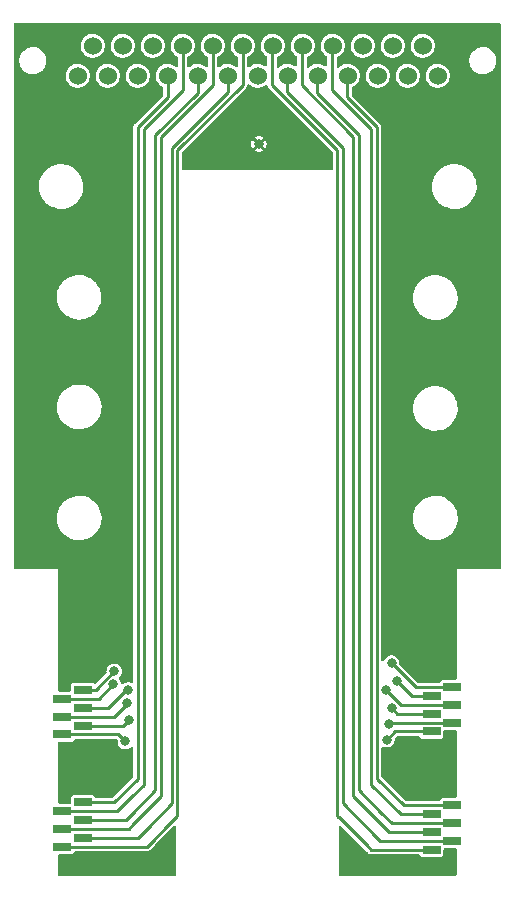
<source format=gbr>
%TF.GenerationSoftware,KiCad,Pcbnew,(6.0.11-0)*%
%TF.CreationDate,2024-08-02T08:23:09-07:00*%
%TF.ProjectId,TcBox_6x4,5463426f-785f-4367-9834-2e6b69636164,v1.0*%
%TF.SameCoordinates,Original*%
%TF.FileFunction,Copper,L1,Top*%
%TF.FilePolarity,Positive*%
%FSLAX46Y46*%
G04 Gerber Fmt 4.6, Leading zero omitted, Abs format (unit mm)*
G04 Created by KiCad (PCBNEW (6.0.11-0)) date 2024-08-02 08:23:09*
%MOMM*%
%LPD*%
G01*
G04 APERTURE LIST*
%TA.AperFunction,ConnectorPad*%
%ADD10R,1.500000X0.750000*%
%TD*%
%TA.AperFunction,ComponentPad*%
%ADD11C,0.800000*%
%TD*%
%TA.AperFunction,ComponentPad*%
%ADD12C,1.524000*%
%TD*%
%TA.AperFunction,ViaPad*%
%ADD13C,0.800000*%
%TD*%
%TA.AperFunction,Conductor*%
%ADD14C,0.250000*%
%TD*%
%TA.AperFunction,Conductor*%
%ADD15C,0.254000*%
%TD*%
G04 APERTURE END LIST*
D10*
%TO.P,J3,1,Pin_1*%
%TO.N,/Ch1_0*%
X135875000Y-116000000D03*
%TO.P,J3,2,Pin_2*%
%TO.N,/Ch1_2*%
X135875000Y-117500000D03*
%TO.P,J3,3,Pin_3*%
%TO.N,/Ch1_4*%
X135875000Y-119000000D03*
%TO.P,J3,4,Pin_4*%
%TO.N,/Ch1_1*%
X134125000Y-116750000D03*
%TO.P,J3,5,Pin_5*%
%TO.N,/Ch1_3*%
X134125000Y-118250000D03*
%TO.P,J3,6,Pin_6*%
%TO.N,/Ch1_5*%
X134125000Y-119750000D03*
%TD*%
%TO.P,J5,1,Pin_1*%
%TO.N,/Ch3_0*%
X165375000Y-110000000D03*
%TO.P,J5,2,Pin_2*%
%TO.N,/Ch3_2*%
X165375000Y-108500000D03*
%TO.P,J5,3,Pin_3*%
%TO.N,/Ch3_4*%
X165375000Y-107000000D03*
%TO.P,J5,4,Pin_4*%
%TO.N,/Ch3_1*%
X167125000Y-109250000D03*
%TO.P,J5,5,Pin_5*%
%TO.N,/Ch3_3*%
X167125000Y-107750000D03*
%TO.P,J5,6,Pin_6*%
%TO.N,/Ch3_5*%
X167125000Y-106250000D03*
%TD*%
%TO.P,J2,1,Pin_1*%
%TO.N,/Ch0_0*%
X135875000Y-106500000D03*
%TO.P,J2,2,Pin_2*%
%TO.N,/Ch0_2*%
X135875000Y-108000000D03*
%TO.P,J2,3,Pin_3*%
%TO.N,/Ch0_4*%
X135875000Y-109500000D03*
%TO.P,J2,4,Pin_4*%
%TO.N,/Ch0_1*%
X134125000Y-107250000D03*
%TO.P,J2,5,Pin_5*%
%TO.N,/Ch0_3*%
X134125000Y-108750000D03*
%TO.P,J2,6,Pin_6*%
%TO.N,/Ch0_5*%
X134125000Y-110250000D03*
%TD*%
%TO.P,J4,1,Pin_1*%
%TO.N,/Ch2_0*%
X165375000Y-120000000D03*
%TO.P,J4,2,Pin_2*%
%TO.N,/Ch2_2*%
X165375000Y-118500000D03*
%TO.P,J4,3,Pin_3*%
%TO.N,/Ch2_4*%
X165375000Y-117000000D03*
%TO.P,J4,4,Pin_4*%
%TO.N,/Ch2_1*%
X167125000Y-119250000D03*
%TO.P,J4,5,Pin_5*%
%TO.N,/Ch2_3*%
X167125000Y-117750000D03*
%TO.P,J4,6,Pin_6*%
%TO.N,/Ch2_5*%
X167125000Y-116250000D03*
%TD*%
D11*
%TO.P,R1,1*%
%TO.N,/coldMount*%
X150750000Y-60250000D03*
%TD*%
D12*
%TO.P,J1,1,Pin_1*%
%TO.N,/Ch0_0*%
X135414180Y-54476180D03*
%TO.P,J1,2,Pin_2*%
%TO.N,/Ch0_2*%
X137954180Y-54476180D03*
%TO.P,J1,3,Pin_3*%
%TO.N,/Ch0_4*%
X140494180Y-54476180D03*
%TO.P,J1,4,Pin_4*%
%TO.N,/Ch1_0*%
X143034180Y-54476180D03*
%TO.P,J1,5,Pin_5*%
%TO.N,/Ch1_2*%
X145574180Y-54476180D03*
%TO.P,J1,6,Pin_6*%
%TO.N,/Ch1_4*%
X148114180Y-54476180D03*
%TO.P,J1,7,Pin_7*%
%TO.N,unconnected-(J1-Pad7)*%
X150654180Y-54476180D03*
%TO.P,J1,8,Pin_8*%
%TO.N,/Ch2_1*%
X153194180Y-54476180D03*
%TO.P,J1,9,Pin_9*%
%TO.N,/Ch2_3*%
X155734180Y-54476180D03*
%TO.P,J1,10,Pin_10*%
%TO.N,/Ch2_5*%
X158274180Y-54476180D03*
%TO.P,J1,11,Pin_11*%
%TO.N,/Ch3_1*%
X160814180Y-54476180D03*
%TO.P,J1,12,Pin_12*%
%TO.N,/Ch3_3*%
X163354180Y-54476180D03*
%TO.P,J1,13,Pin_13*%
%TO.N,/Ch3_5*%
X165894180Y-54476180D03*
%TO.P,J1,14,Pin_14*%
%TO.N,/Ch0_1*%
X136684180Y-51936180D03*
%TO.P,J1,15,Pin_15*%
%TO.N,/Ch0_3*%
X139224180Y-51936180D03*
%TO.P,J1,16,Pin_16*%
%TO.N,/Ch0_5*%
X141764180Y-51936180D03*
%TO.P,J1,17,Pin_17*%
%TO.N,/Ch1_1*%
X144304180Y-51936180D03*
%TO.P,J1,18,Pin_18*%
%TO.N,/Ch1_3*%
X146844180Y-51936180D03*
%TO.P,J1,19,Pin_19*%
%TO.N,/Ch1_5*%
X149384180Y-51936180D03*
%TO.P,J1,20,Pin_20*%
%TO.N,/Ch2_0*%
X151924180Y-51936180D03*
%TO.P,J1,21,Pin_21*%
%TO.N,/Ch2_2*%
X154464180Y-51936180D03*
%TO.P,J1,22,Pin_22*%
%TO.N,/Ch2_4*%
X157004180Y-51936180D03*
%TO.P,J1,23,Pin_23*%
%TO.N,/Ch3_0*%
X159544180Y-51936180D03*
%TO.P,J1,24,Pin_24*%
%TO.N,/Ch3_2*%
X162084180Y-51936180D03*
%TO.P,J1,25,Pin_25*%
%TO.N,/Ch3_4*%
X164624180Y-51936180D03*
%TD*%
D13*
%TO.N,/Ch0_0*%
X138511286Y-104911286D03*
%TO.N,/Ch0_1*%
X138425000Y-106025000D03*
%TO.N,/Ch0_2*%
X139686286Y-106486286D03*
%TO.N,/Ch0_3*%
X139613714Y-107613714D03*
%TO.N,/Ch0_4*%
X139773500Y-109000000D03*
%TO.N,/Ch0_5*%
X139450000Y-110850000D03*
%TO.N,/Ch3_0*%
X161600000Y-110700000D03*
%TO.N,/Ch3_1*%
X161750000Y-109350000D03*
%TO.N,/Ch3_2*%
X161986286Y-108013714D03*
%TO.N,/Ch3_3*%
X161513714Y-106486286D03*
%TO.N,/Ch3_4*%
X162411286Y-105688714D03*
%TO.N,/Ch3_5*%
X161989464Y-104212036D03*
%TO.N,/coldMount*%
X131000000Y-92000000D03*
X142000000Y-121000000D03*
X164000000Y-98000000D03*
X133750000Y-69750000D03*
X165000000Y-100000000D03*
X166000000Y-102000000D03*
X138000000Y-101000000D03*
X167250000Y-77000000D03*
X164000000Y-60000000D03*
X164000000Y-87000000D03*
X135000000Y-114000000D03*
X170000000Y-95000000D03*
X170000000Y-78000000D03*
X165000000Y-104000000D03*
X145875000Y-61175000D03*
X170500000Y-51000000D03*
X138000000Y-62000000D03*
X138000000Y-87000000D03*
X138000000Y-114000000D03*
X155775000Y-61175000D03*
X138000000Y-78000000D03*
X131000000Y-51000000D03*
X167750000Y-85750000D03*
X165750000Y-95500000D03*
X163000000Y-113000000D03*
X170000000Y-88000000D03*
X166000000Y-114000000D03*
X164000000Y-102000000D03*
X133000000Y-51000000D03*
X138000000Y-98000000D03*
X131000000Y-83000000D03*
X170000000Y-91500000D03*
X168000000Y-51000000D03*
X167500000Y-60000000D03*
X135000000Y-98000000D03*
X133500000Y-87750000D03*
X131000000Y-58000000D03*
X170000000Y-58000000D03*
X131000000Y-75000000D03*
X150750000Y-57250000D03*
X133500000Y-78750000D03*
X159000000Y-121000000D03*
X138000000Y-69000000D03*
X135000000Y-101000000D03*
X166000000Y-70000000D03*
X164000000Y-78000000D03*
X131000000Y-67000000D03*
X170000000Y-69000000D03*
X169750000Y-73500000D03*
X166000000Y-98000000D03*
X169750000Y-82250000D03*
X134750000Y-58250000D03*
X164000000Y-67000000D03*
%TD*%
D14*
%TO.N,/Ch0_0*%
X135875000Y-106500000D02*
X136922572Y-106500000D01*
X136922572Y-106500000D02*
X138511286Y-104911286D01*
%TO.N,/Ch0_1*%
X137200000Y-107250000D02*
X138425000Y-106025000D01*
X134125000Y-107250000D02*
X137200000Y-107250000D01*
%TO.N,/Ch0_2*%
X139513714Y-106486286D02*
X138000000Y-108000000D01*
X138000000Y-108000000D02*
X135875000Y-108000000D01*
X139686286Y-106486286D02*
X139513714Y-106486286D01*
%TO.N,/Ch0_3*%
X138500000Y-108750000D02*
X134125000Y-108750000D01*
X139613714Y-107613714D02*
X139613714Y-107636286D01*
X139613714Y-107636286D02*
X138500000Y-108750000D01*
%TO.N,/Ch0_4*%
X139273500Y-109500000D02*
X139773500Y-109000000D01*
X135875000Y-109500000D02*
X139273500Y-109500000D01*
%TO.N,/Ch0_5*%
X138850000Y-110250000D02*
X134125000Y-110250000D01*
X139450000Y-110850000D02*
X139300000Y-111000000D01*
X139450000Y-110850000D02*
X138850000Y-110250000D01*
D15*
%TO.N,/Ch1_0*%
X143034180Y-56323768D02*
X143034180Y-54476180D01*
X140500000Y-114000000D02*
X140500000Y-58857948D01*
X140500000Y-58857948D02*
X143034180Y-56323768D01*
X138500000Y-116000000D02*
X140500000Y-114000000D01*
X135544180Y-116000000D02*
X138500000Y-116000000D01*
%TO.N,/Ch1_1*%
X144304180Y-51936180D02*
X144304180Y-55695820D01*
D14*
X138750000Y-116750000D02*
X134125000Y-116750000D01*
D15*
X144304180Y-55695820D02*
X141000000Y-59000000D01*
X141000000Y-114500000D02*
X140000000Y-115500000D01*
D14*
X140000000Y-115500000D02*
X138750000Y-116750000D01*
D15*
X141000000Y-59000000D02*
X141000000Y-114500000D01*
%TO.N,/Ch1_2*%
X140000000Y-117000000D02*
X142000000Y-115000000D01*
X142000000Y-115000000D02*
X142000000Y-59500000D01*
X142000000Y-59500000D02*
X145574180Y-55925820D01*
D14*
X139500000Y-117500000D02*
X140000000Y-117000000D01*
D15*
X145574180Y-55925820D02*
X145574180Y-54476180D01*
D14*
X135875000Y-117500000D02*
X139500000Y-117500000D01*
%TO.N,/Ch1_3*%
X139750000Y-118250000D02*
X134125000Y-118250000D01*
D15*
X142500000Y-59642052D02*
X146844180Y-55297872D01*
X140125000Y-117875000D02*
X142500000Y-115500000D01*
X142500000Y-115500000D02*
X142500000Y-59642052D01*
X146844180Y-55297872D02*
X146844180Y-51936180D01*
D14*
X140125000Y-117875000D02*
X139750000Y-118250000D01*
D15*
%TO.N,/Ch1_4*%
X143400000Y-60600000D02*
X148114180Y-55885820D01*
D14*
X140500000Y-119000000D02*
X135875000Y-119000000D01*
D15*
X141250000Y-118250000D02*
X143400000Y-116100000D01*
D14*
X141250000Y-118250000D02*
X140500000Y-119000000D01*
D15*
X148114180Y-55885820D02*
X148114180Y-54476180D01*
X143400000Y-116100000D02*
X143400000Y-60600000D01*
%TO.N,/Ch1_5*%
X143854000Y-60788052D02*
X149384180Y-55257872D01*
X143750000Y-117250000D02*
X143854000Y-117146000D01*
X142875000Y-118125000D02*
X141750000Y-119250000D01*
D14*
X141750000Y-119250000D02*
X141250000Y-119750000D01*
X141250000Y-119750000D02*
X134125000Y-119750000D01*
D15*
X142875000Y-118125000D02*
X143854000Y-117146000D01*
X149384180Y-55257872D02*
X149384180Y-51936180D01*
X143854000Y-117146000D02*
X143854000Y-60788052D01*
X143750000Y-117250000D02*
X142875000Y-118125000D01*
%TO.N,/Ch2_0*%
X158375000Y-118125000D02*
X157396000Y-117146000D01*
D14*
X165375000Y-120000000D02*
X160250000Y-120000000D01*
D15*
X157500000Y-117250000D02*
X157396000Y-117146000D01*
D14*
X160250000Y-120000000D02*
X159875000Y-119625000D01*
D15*
X157396000Y-117146000D02*
X157396000Y-60788052D01*
X151865820Y-55257872D02*
X151865820Y-51936180D01*
X157396000Y-60788052D02*
X151865820Y-55257872D01*
X158375000Y-118125000D02*
X159875000Y-119625000D01*
X157500000Y-117250000D02*
X158375000Y-118125000D01*
D14*
%TO.N,/Ch2_1*%
X161000000Y-119250000D02*
X160750000Y-119000000D01*
D15*
X157850000Y-116100000D02*
X157850000Y-60600000D01*
X160750000Y-119000000D02*
X157850000Y-116100000D01*
X153135820Y-55885820D02*
X153135820Y-54476180D01*
X157850000Y-60600000D02*
X153135820Y-55885820D01*
D14*
X167125000Y-119250000D02*
X161000000Y-119250000D01*
D15*
%TO.N,/Ch2_2*%
X161250000Y-118000000D02*
X158750000Y-115500000D01*
X158750000Y-115500000D02*
X158750000Y-59642052D01*
D14*
X165375000Y-118500000D02*
X161750000Y-118500000D01*
D15*
X154405820Y-55297872D02*
X154405820Y-51936180D01*
D14*
X161750000Y-118500000D02*
X161250000Y-118000000D01*
D15*
X158750000Y-59642052D02*
X154405820Y-55297872D01*
%TO.N,/Ch2_3*%
X159250000Y-59500000D02*
X155675820Y-55925820D01*
D14*
X167125000Y-117750000D02*
X162000000Y-117750000D01*
D15*
X155675820Y-55925820D02*
X155675820Y-54476180D01*
X161125000Y-116875000D02*
X159250000Y-115000000D01*
X159250000Y-115000000D02*
X159250000Y-59500000D01*
D14*
X162000000Y-117750000D02*
X161125000Y-116875000D01*
%TO.N,/Ch2_4*%
X162750000Y-117000000D02*
X165375000Y-117000000D01*
D15*
X160250000Y-59000000D02*
X160250000Y-114500000D01*
X156945820Y-51936180D02*
X156945820Y-55695820D01*
X160250000Y-114500000D02*
X162750000Y-117000000D01*
X156945820Y-55695820D02*
X160250000Y-59000000D01*
%TO.N,/Ch2_5*%
X160750000Y-114000000D02*
X160750000Y-58857948D01*
X160750000Y-58857948D02*
X158215820Y-56323768D01*
D14*
X163000000Y-116250000D02*
X167125000Y-116250000D01*
D15*
X158215820Y-56323768D02*
X158215820Y-54476180D01*
D14*
X160750000Y-114000000D02*
X163000000Y-116250000D01*
%TO.N,/Ch3_0*%
X162300000Y-110000000D02*
X165375000Y-110000000D01*
X161600000Y-110700000D02*
X162300000Y-110000000D01*
%TO.N,/Ch3_1*%
X161850000Y-109250000D02*
X167125000Y-109250000D01*
X161750000Y-109350000D02*
X161850000Y-109250000D01*
%TO.N,/Ch3_2*%
X162472572Y-108500000D02*
X165375000Y-108500000D01*
X161986286Y-108013714D02*
X162472572Y-108500000D01*
X162750000Y-108500000D02*
X165375000Y-108500000D01*
%TO.N,/Ch3_3*%
X162777428Y-107750000D02*
X167125000Y-107750000D01*
D15*
X162138714Y-107111286D02*
X161513714Y-106486286D01*
D14*
X162138714Y-107111286D02*
X162777428Y-107750000D01*
D15*
%TO.N,/Ch3_4*%
X163722572Y-107000000D02*
X162411286Y-105688714D01*
D14*
X163722572Y-107000000D02*
X165375000Y-107000000D01*
%TO.N,/Ch3_5*%
X163777428Y-106000000D02*
X164027428Y-106250000D01*
D15*
X163777428Y-106000000D02*
X161989464Y-104212036D01*
D14*
X164027428Y-106250000D02*
X167125000Y-106250000D01*
%TD*%
%TA.AperFunction,Conductor*%
%TO.N,/coldMount*%
G36*
X157708512Y-117998489D02*
G01*
X157715088Y-118004611D01*
X158127647Y-118417170D01*
X158127658Y-118417180D01*
X159627648Y-119917171D01*
X159631876Y-119920192D01*
X159635849Y-119923559D01*
X159635667Y-119923774D01*
X159644930Y-119931624D01*
X159943522Y-120230216D01*
X159958664Y-120248964D01*
X159959779Y-120250189D01*
X159965429Y-120258940D01*
X159973607Y-120265387D01*
X159973609Y-120265389D01*
X159991800Y-120279729D01*
X159996241Y-120283675D01*
X159996303Y-120283602D01*
X160000267Y-120286961D01*
X160003944Y-120290638D01*
X160019692Y-120301892D01*
X160024362Y-120305398D01*
X160064647Y-120337156D01*
X160073281Y-120340188D01*
X160080734Y-120345514D01*
X160129850Y-120360203D01*
X160135492Y-120362036D01*
X160176367Y-120376390D01*
X160183851Y-120379018D01*
X160189416Y-120379500D01*
X160192124Y-120379500D01*
X160194758Y-120379614D01*
X160194856Y-120379643D01*
X160194849Y-120379807D01*
X160195553Y-120379851D01*
X160201778Y-120381713D01*
X160255635Y-120379597D01*
X160260582Y-120379500D01*
X164264429Y-120379500D01*
X164332550Y-120399502D01*
X164380839Y-120457284D01*
X164382844Y-120462126D01*
X164385266Y-120474301D01*
X164441516Y-120558484D01*
X164525699Y-120614734D01*
X164599933Y-120629500D01*
X165374874Y-120629500D01*
X166150066Y-120629499D01*
X166185818Y-120622388D01*
X166212126Y-120617156D01*
X166212128Y-120617155D01*
X166224301Y-120614734D01*
X166234621Y-120607839D01*
X166234622Y-120607838D01*
X166298168Y-120565377D01*
X166308484Y-120558484D01*
X166364734Y-120474301D01*
X166379500Y-120400067D01*
X166379499Y-120005499D01*
X166399501Y-119937380D01*
X166453156Y-119890887D01*
X166505499Y-119879500D01*
X166673321Y-119879500D01*
X167374001Y-119879499D01*
X167442121Y-119899501D01*
X167488614Y-119953157D01*
X167500000Y-120005499D01*
X167500000Y-122124000D01*
X167479998Y-122192121D01*
X167426342Y-122238614D01*
X167374000Y-122250000D01*
X157626000Y-122250000D01*
X157557879Y-122229998D01*
X157511386Y-122176342D01*
X157500000Y-122124000D01*
X157500000Y-118093713D01*
X157520002Y-118025592D01*
X157573658Y-117979099D01*
X157643932Y-117968995D01*
X157708512Y-117998489D01*
G37*
%TD.AperFunction*%
%TA.AperFunction,Conductor*%
G36*
X143668032Y-117975656D02*
G01*
X143724868Y-118018203D01*
X143749679Y-118084723D01*
X143750000Y-118093712D01*
X143750000Y-122124000D01*
X143729998Y-122192121D01*
X143676342Y-122238614D01*
X143624000Y-122250000D01*
X133876000Y-122250000D01*
X133807879Y-122229998D01*
X133761386Y-122176342D01*
X133750000Y-122124000D01*
X133750000Y-120505500D01*
X133770002Y-120437379D01*
X133823658Y-120390886D01*
X133876000Y-120379500D01*
X134882041Y-120379499D01*
X134900066Y-120379499D01*
X134935818Y-120372388D01*
X134962126Y-120367156D01*
X134962128Y-120367155D01*
X134974301Y-120364734D01*
X134984621Y-120357839D01*
X134984622Y-120357838D01*
X135048168Y-120315377D01*
X135058484Y-120308484D01*
X135114734Y-120224301D01*
X135117155Y-120212127D01*
X135119163Y-120207281D01*
X135163712Y-120152001D01*
X135235572Y-120129500D01*
X141196080Y-120129500D01*
X141220028Y-120132049D01*
X141221693Y-120132128D01*
X141231876Y-120134320D01*
X141242217Y-120133096D01*
X141265223Y-120130373D01*
X141271154Y-120130023D01*
X141271146Y-120129928D01*
X141276324Y-120129500D01*
X141281524Y-120129500D01*
X141286653Y-120128646D01*
X141286656Y-120128646D01*
X141300565Y-120126331D01*
X141306443Y-120125494D01*
X141347001Y-120120694D01*
X141347002Y-120120694D01*
X141357341Y-120119470D01*
X141365593Y-120115507D01*
X141374626Y-120114004D01*
X141383795Y-120109057D01*
X141383797Y-120109056D01*
X141419732Y-120089666D01*
X141425025Y-120086969D01*
X141464082Y-120068215D01*
X141464086Y-120068212D01*
X141471232Y-120064781D01*
X141475508Y-120061186D01*
X141477431Y-120059263D01*
X141479363Y-120057491D01*
X141479442Y-120057448D01*
X141479555Y-120057572D01*
X141480095Y-120057096D01*
X141485814Y-120054010D01*
X141522417Y-120014413D01*
X141525846Y-120010848D01*
X141960204Y-119576490D01*
X141972498Y-119566559D01*
X141972398Y-119566440D01*
X141974606Y-119564584D01*
X141974610Y-119564581D01*
X141976692Y-119562830D01*
X143167171Y-118372352D01*
X143167173Y-118372349D01*
X143534905Y-118004617D01*
X143597217Y-117970591D01*
X143668032Y-117975656D01*
G37*
%TD.AperFunction*%
%TA.AperFunction,Conductor*%
G36*
X138708737Y-110649502D02*
G01*
X138729711Y-110666405D01*
X138760249Y-110696943D01*
X138794275Y-110759255D01*
X138796076Y-110802482D01*
X138790729Y-110843096D01*
X138808113Y-111000553D01*
X138810723Y-111007684D01*
X138810723Y-111007686D01*
X138859178Y-111140095D01*
X138862553Y-111149319D01*
X138950908Y-111280805D01*
X138956527Y-111285918D01*
X138956528Y-111285919D01*
X139062460Y-111382309D01*
X139068076Y-111387419D01*
X139207293Y-111463008D01*
X139360522Y-111503207D01*
X139444477Y-111504526D01*
X139511319Y-111505576D01*
X139511322Y-111505576D01*
X139518916Y-111505695D01*
X139673332Y-111470329D01*
X139787063Y-111413129D01*
X139808072Y-111402563D01*
X139808075Y-111402561D01*
X139814855Y-111399151D01*
X139820626Y-111394222D01*
X139820629Y-111394220D01*
X139910669Y-111317318D01*
X139975459Y-111288287D01*
X140045659Y-111298892D01*
X140098982Y-111345767D01*
X140118500Y-111413129D01*
X140118500Y-113789788D01*
X140098498Y-113857909D01*
X140081595Y-113878883D01*
X138378882Y-115581595D01*
X138316570Y-115615621D01*
X138289787Y-115618500D01*
X136984743Y-115618500D01*
X136916622Y-115598498D01*
X136868334Y-115540717D01*
X136867155Y-115537870D01*
X136864734Y-115525699D01*
X136808484Y-115441516D01*
X136724301Y-115385266D01*
X136650067Y-115370500D01*
X135875126Y-115370500D01*
X135099934Y-115370501D01*
X135064182Y-115377612D01*
X135037874Y-115382844D01*
X135037872Y-115382845D01*
X135025699Y-115385266D01*
X135015379Y-115392161D01*
X135015378Y-115392162D01*
X134954985Y-115432516D01*
X134941516Y-115441516D01*
X134885266Y-115525699D01*
X134870500Y-115599933D01*
X134870501Y-115850498D01*
X134870501Y-115994500D01*
X134850499Y-116062620D01*
X134796844Y-116109113D01*
X134744501Y-116120500D01*
X134576679Y-116120500D01*
X133875999Y-116120501D01*
X133807879Y-116100499D01*
X133761386Y-116046843D01*
X133750000Y-115994501D01*
X133750000Y-111005500D01*
X133770002Y-110937379D01*
X133823658Y-110890886D01*
X133876000Y-110879500D01*
X134882041Y-110879499D01*
X134900066Y-110879499D01*
X134935818Y-110872388D01*
X134962126Y-110867156D01*
X134962128Y-110867155D01*
X134974301Y-110864734D01*
X134984621Y-110857839D01*
X134984622Y-110857838D01*
X135048168Y-110815377D01*
X135058484Y-110808484D01*
X135114734Y-110724301D01*
X135117155Y-110712127D01*
X135119163Y-110707281D01*
X135163712Y-110652001D01*
X135235572Y-110629500D01*
X138640616Y-110629500D01*
X138708737Y-110649502D01*
G37*
%TD.AperFunction*%
%TA.AperFunction,Conductor*%
G36*
X167442121Y-109899501D02*
G01*
X167488614Y-109953157D01*
X167500000Y-110005499D01*
X167500000Y-115494500D01*
X167479998Y-115562621D01*
X167426342Y-115609114D01*
X167374000Y-115620500D01*
X166367959Y-115620501D01*
X166349934Y-115620501D01*
X166314182Y-115627612D01*
X166287874Y-115632844D01*
X166287872Y-115632845D01*
X166275699Y-115635266D01*
X166265379Y-115642161D01*
X166265378Y-115642162D01*
X166223480Y-115670158D01*
X166191516Y-115691516D01*
X166135266Y-115775699D01*
X166132845Y-115787873D01*
X166130837Y-115792719D01*
X166086288Y-115847999D01*
X166014428Y-115870500D01*
X163209384Y-115870500D01*
X163141263Y-115850498D01*
X163120289Y-115833595D01*
X161168405Y-113881711D01*
X161134379Y-113819399D01*
X161131500Y-113792616D01*
X161131500Y-111402199D01*
X161151502Y-111334078D01*
X161205158Y-111287585D01*
X161275432Y-111277481D01*
X161317623Y-111291469D01*
X161331295Y-111298892D01*
X161357293Y-111313008D01*
X161510522Y-111353207D01*
X161594477Y-111354526D01*
X161661319Y-111355576D01*
X161661322Y-111355576D01*
X161668916Y-111355695D01*
X161823332Y-111320329D01*
X161893742Y-111284917D01*
X161958072Y-111252563D01*
X161958075Y-111252561D01*
X161964855Y-111249151D01*
X161970626Y-111244222D01*
X161970629Y-111244220D01*
X162079536Y-111151204D01*
X162079536Y-111151203D01*
X162085314Y-111146269D01*
X162177755Y-111017624D01*
X162236842Y-110870641D01*
X162259162Y-110713807D01*
X162259307Y-110700000D01*
X162253437Y-110651495D01*
X162265111Y-110581467D01*
X162289430Y-110547266D01*
X162420291Y-110416405D01*
X162482603Y-110382379D01*
X162509386Y-110379500D01*
X164264429Y-110379500D01*
X164332550Y-110399502D01*
X164380839Y-110457284D01*
X164382844Y-110462126D01*
X164385266Y-110474301D01*
X164441516Y-110558484D01*
X164525699Y-110614734D01*
X164599933Y-110629500D01*
X165374874Y-110629500D01*
X166150066Y-110629499D01*
X166185818Y-110622388D01*
X166212126Y-110617156D01*
X166212128Y-110617155D01*
X166224301Y-110614734D01*
X166234621Y-110607839D01*
X166234622Y-110607838D01*
X166298168Y-110565377D01*
X166308484Y-110558484D01*
X166364734Y-110474301D01*
X166379500Y-110400067D01*
X166379499Y-110005499D01*
X166399501Y-109937380D01*
X166453156Y-109890887D01*
X166505499Y-109879500D01*
X166673321Y-109879500D01*
X167374001Y-109879499D01*
X167442121Y-109899501D01*
G37*
%TD.AperFunction*%
%TA.AperFunction,Conductor*%
G36*
X171192121Y-50020002D02*
G01*
X171238614Y-50073658D01*
X171250000Y-50126000D01*
X171250000Y-96124000D01*
X171229998Y-96192121D01*
X171176342Y-96238614D01*
X171124000Y-96250000D01*
X167500000Y-96250000D01*
X167500000Y-105494500D01*
X167479998Y-105562621D01*
X167426342Y-105609114D01*
X167374000Y-105620500D01*
X166367959Y-105620501D01*
X166349934Y-105620501D01*
X166314182Y-105627612D01*
X166287874Y-105632844D01*
X166287872Y-105632845D01*
X166275699Y-105635266D01*
X166265379Y-105642161D01*
X166265378Y-105642162D01*
X166217313Y-105674279D01*
X166191516Y-105691516D01*
X166135266Y-105775699D01*
X166132845Y-105787873D01*
X166130837Y-105792719D01*
X166086288Y-105847999D01*
X166014428Y-105870500D01*
X164236812Y-105870500D01*
X164168691Y-105850498D01*
X164147717Y-105833595D01*
X164103918Y-105789796D01*
X164093987Y-105777502D01*
X164093868Y-105777602D01*
X164092012Y-105775394D01*
X164092009Y-105775390D01*
X164090258Y-105773308D01*
X163387707Y-105070757D01*
X162679959Y-104363008D01*
X162645933Y-104300696D01*
X162644311Y-104256162D01*
X162648626Y-104225843D01*
X162648771Y-104212036D01*
X162629740Y-104054769D01*
X162573744Y-103906582D01*
X162484017Y-103776028D01*
X162365739Y-103670647D01*
X162358353Y-103666736D01*
X162232452Y-103600075D01*
X162232453Y-103600075D01*
X162225738Y-103596520D01*
X162072097Y-103557928D01*
X162064498Y-103557888D01*
X162064497Y-103557888D01*
X161998645Y-103557543D01*
X161913685Y-103557098D01*
X161906305Y-103558870D01*
X161906303Y-103558870D01*
X161767027Y-103592307D01*
X161767024Y-103592308D01*
X161759648Y-103594079D01*
X161618878Y-103666736D01*
X161499503Y-103770874D01*
X161408414Y-103900480D01*
X161405654Y-103907560D01*
X161374893Y-103986457D01*
X161331512Y-104042658D01*
X161264633Y-104066485D01*
X161195489Y-104050372D01*
X161146033Y-103999434D01*
X161131500Y-103940687D01*
X161131500Y-91979093D01*
X163813171Y-91979093D01*
X163839172Y-92251622D01*
X163904243Y-92517544D01*
X164007019Y-92771287D01*
X164009323Y-92775222D01*
X164009326Y-92775228D01*
X164105460Y-92939411D01*
X164145349Y-93007535D01*
X164316333Y-93221341D01*
X164516390Y-93408224D01*
X164741330Y-93564270D01*
X164986440Y-93686210D01*
X164990774Y-93687631D01*
X164990777Y-93687632D01*
X165069699Y-93713504D01*
X165246586Y-93771490D01*
X165251077Y-93772270D01*
X165251078Y-93772270D01*
X165512537Y-93817668D01*
X165512542Y-93817669D01*
X165516317Y-93818324D01*
X165520154Y-93818515D01*
X165601245Y-93822552D01*
X165601253Y-93822552D01*
X165602816Y-93822630D01*
X165773724Y-93822630D01*
X165775992Y-93822465D01*
X165776004Y-93822465D01*
X165907779Y-93812903D01*
X165977229Y-93807864D01*
X165981684Y-93806880D01*
X165981687Y-93806880D01*
X166240102Y-93749827D01*
X166240105Y-93749826D01*
X166244558Y-93748843D01*
X166251930Y-93746050D01*
X166496299Y-93653468D01*
X166496306Y-93653465D01*
X166500568Y-93651850D01*
X166662923Y-93561670D01*
X166735901Y-93521134D01*
X166735902Y-93521133D01*
X166739894Y-93518916D01*
X166881525Y-93410827D01*
X166953891Y-93355599D01*
X166953892Y-93355598D01*
X166957523Y-93352827D01*
X167148897Y-93157061D01*
X167151586Y-93153367D01*
X167307320Y-92939411D01*
X167307322Y-92939408D01*
X167310007Y-92935719D01*
X167437476Y-92693439D01*
X167528636Y-92435295D01*
X167581577Y-92166695D01*
X167590690Y-91983649D01*
X167594962Y-91897836D01*
X167594962Y-91897830D01*
X167595189Y-91893267D01*
X167569188Y-91620738D01*
X167504117Y-91354816D01*
X167401341Y-91101073D01*
X167399037Y-91097138D01*
X167399034Y-91097132D01*
X167265317Y-90868763D01*
X167265316Y-90868761D01*
X167263011Y-90864825D01*
X167092027Y-90651019D01*
X166891970Y-90464136D01*
X166667030Y-90308090D01*
X166421920Y-90186150D01*
X166417586Y-90184729D01*
X166417583Y-90184728D01*
X166338661Y-90158856D01*
X166161774Y-90100870D01*
X166157282Y-90100090D01*
X165895823Y-90054692D01*
X165895818Y-90054691D01*
X165892043Y-90054036D01*
X165884665Y-90053669D01*
X165807115Y-90049808D01*
X165807107Y-90049808D01*
X165805544Y-90049730D01*
X165634636Y-90049730D01*
X165632368Y-90049895D01*
X165632356Y-90049895D01*
X165500581Y-90059457D01*
X165431131Y-90064496D01*
X165426676Y-90065480D01*
X165426673Y-90065480D01*
X165168258Y-90122533D01*
X165168255Y-90122534D01*
X165163802Y-90123517D01*
X165159534Y-90125134D01*
X164912061Y-90218892D01*
X164912054Y-90218895D01*
X164907792Y-90220510D01*
X164903806Y-90222724D01*
X164903804Y-90222725D01*
X164672459Y-90351226D01*
X164668466Y-90353444D01*
X164664834Y-90356216D01*
X164523425Y-90464136D01*
X164450837Y-90519533D01*
X164259463Y-90715299D01*
X164256776Y-90718991D01*
X164256774Y-90718993D01*
X164153220Y-90861262D01*
X164098353Y-90936641D01*
X163970884Y-91178921D01*
X163879724Y-91437065D01*
X163826783Y-91705665D01*
X163826556Y-91710218D01*
X163826556Y-91710221D01*
X163817444Y-91893267D01*
X163813171Y-91979093D01*
X161131500Y-91979093D01*
X161131500Y-82686813D01*
X163804851Y-82686813D01*
X163830852Y-82959342D01*
X163831936Y-82963772D01*
X163831937Y-82963778D01*
X163864704Y-83097685D01*
X163895923Y-83225264D01*
X163897638Y-83229499D01*
X163897639Y-83229501D01*
X163950419Y-83359808D01*
X163998699Y-83479007D01*
X164001003Y-83482942D01*
X164001006Y-83482948D01*
X164097140Y-83647131D01*
X164137029Y-83715255D01*
X164308013Y-83929061D01*
X164508070Y-84115944D01*
X164733010Y-84271990D01*
X164978120Y-84393930D01*
X164982454Y-84395351D01*
X164982457Y-84395352D01*
X165061379Y-84421224D01*
X165238266Y-84479210D01*
X165242757Y-84479990D01*
X165242758Y-84479990D01*
X165504217Y-84525388D01*
X165504222Y-84525389D01*
X165507997Y-84526044D01*
X165511834Y-84526235D01*
X165592925Y-84530272D01*
X165592933Y-84530272D01*
X165594496Y-84530350D01*
X165765404Y-84530350D01*
X165767672Y-84530185D01*
X165767684Y-84530185D01*
X165899459Y-84520623D01*
X165968909Y-84515584D01*
X165973364Y-84514600D01*
X165973367Y-84514600D01*
X166231782Y-84457547D01*
X166231785Y-84457546D01*
X166236238Y-84456563D01*
X166243610Y-84453770D01*
X166487979Y-84361188D01*
X166487986Y-84361185D01*
X166492248Y-84359570D01*
X166501108Y-84354649D01*
X166727581Y-84228854D01*
X166727582Y-84228853D01*
X166731574Y-84226636D01*
X166873205Y-84118547D01*
X166945571Y-84063319D01*
X166945572Y-84063318D01*
X166949203Y-84060547D01*
X167140577Y-83864781D01*
X167232897Y-83737947D01*
X167299000Y-83647131D01*
X167299002Y-83647128D01*
X167301687Y-83643439D01*
X167429156Y-83401159D01*
X167520316Y-83143015D01*
X167573257Y-82874415D01*
X167574939Y-82840638D01*
X167586642Y-82605556D01*
X167586642Y-82605550D01*
X167586869Y-82600987D01*
X167560868Y-82328458D01*
X167552633Y-82294801D01*
X167496883Y-82066975D01*
X167495797Y-82062536D01*
X167494081Y-82058299D01*
X167394736Y-81813026D01*
X167394733Y-81813021D01*
X167393021Y-81808793D01*
X167390717Y-81804858D01*
X167390714Y-81804852D01*
X167256997Y-81576483D01*
X167256996Y-81576481D01*
X167254691Y-81572545D01*
X167083707Y-81358739D01*
X166883650Y-81171856D01*
X166658710Y-81015810D01*
X166413600Y-80893870D01*
X166409266Y-80892449D01*
X166409263Y-80892448D01*
X166330341Y-80866576D01*
X166153454Y-80808590D01*
X166148962Y-80807810D01*
X165887503Y-80762412D01*
X165887498Y-80762411D01*
X165883723Y-80761756D01*
X165876345Y-80761389D01*
X165798795Y-80757528D01*
X165798787Y-80757528D01*
X165797224Y-80757450D01*
X165626316Y-80757450D01*
X165624048Y-80757615D01*
X165624036Y-80757615D01*
X165492261Y-80767177D01*
X165422811Y-80772216D01*
X165418356Y-80773200D01*
X165418353Y-80773200D01*
X165159938Y-80830253D01*
X165159935Y-80830254D01*
X165155482Y-80831237D01*
X165151214Y-80832854D01*
X164903741Y-80926612D01*
X164903734Y-80926615D01*
X164899472Y-80928230D01*
X164895486Y-80930444D01*
X164895484Y-80930445D01*
X164676945Y-81051833D01*
X164660146Y-81061164D01*
X164603869Y-81104113D01*
X164515105Y-81171856D01*
X164442517Y-81227253D01*
X164251143Y-81423019D01*
X164248456Y-81426711D01*
X164248454Y-81426713D01*
X164144900Y-81568982D01*
X164090033Y-81644361D01*
X163962564Y-81886641D01*
X163871404Y-82144785D01*
X163818463Y-82413385D01*
X163818236Y-82417938D01*
X163818236Y-82417941D01*
X163809124Y-82600987D01*
X163804851Y-82686813D01*
X161131500Y-82686813D01*
X161131500Y-73311433D01*
X163804851Y-73311433D01*
X163830852Y-73583962D01*
X163895923Y-73849884D01*
X163897638Y-73854119D01*
X163897639Y-73854121D01*
X163988047Y-74077328D01*
X163998699Y-74103627D01*
X164001003Y-74107562D01*
X164001006Y-74107568D01*
X164121409Y-74313198D01*
X164137029Y-74339875D01*
X164229470Y-74455467D01*
X164283830Y-74523441D01*
X164308013Y-74553681D01*
X164508070Y-74740564D01*
X164733010Y-74896610D01*
X164978120Y-75018550D01*
X164982454Y-75019971D01*
X164982457Y-75019972D01*
X165061379Y-75045844D01*
X165238266Y-75103830D01*
X165242757Y-75104610D01*
X165242758Y-75104610D01*
X165504217Y-75150008D01*
X165504222Y-75150009D01*
X165507997Y-75150664D01*
X165511834Y-75150855D01*
X165592925Y-75154892D01*
X165592933Y-75154892D01*
X165594496Y-75154970D01*
X165765404Y-75154970D01*
X165767672Y-75154805D01*
X165767684Y-75154805D01*
X165899459Y-75145243D01*
X165968909Y-75140204D01*
X165973364Y-75139220D01*
X165973367Y-75139220D01*
X166231782Y-75082167D01*
X166231785Y-75082166D01*
X166236238Y-75081183D01*
X166254221Y-75074370D01*
X166487979Y-74985808D01*
X166487986Y-74985805D01*
X166492248Y-74984190D01*
X166654603Y-74894010D01*
X166727581Y-74853474D01*
X166727582Y-74853473D01*
X166731574Y-74851256D01*
X166873205Y-74743167D01*
X166945571Y-74687939D01*
X166945572Y-74687938D01*
X166949203Y-74685167D01*
X167140577Y-74489401D01*
X167165277Y-74455467D01*
X167299000Y-74271751D01*
X167299002Y-74271748D01*
X167301687Y-74268059D01*
X167429156Y-74025779D01*
X167520316Y-73767635D01*
X167561604Y-73558158D01*
X167572376Y-73503507D01*
X167572377Y-73503501D01*
X167573257Y-73499035D01*
X167574540Y-73473267D01*
X167586642Y-73230176D01*
X167586642Y-73230170D01*
X167586869Y-73225607D01*
X167560868Y-72953078D01*
X167554582Y-72927387D01*
X167509616Y-72743631D01*
X167495797Y-72687156D01*
X167483549Y-72656916D01*
X167394736Y-72437646D01*
X167394733Y-72437641D01*
X167393021Y-72433413D01*
X167390717Y-72429478D01*
X167390714Y-72429472D01*
X167256997Y-72201103D01*
X167256996Y-72201101D01*
X167254691Y-72197165D01*
X167129327Y-72040404D01*
X167086559Y-71986925D01*
X167086557Y-71986923D01*
X167083707Y-71983359D01*
X166883650Y-71796476D01*
X166658710Y-71640430D01*
X166413600Y-71518490D01*
X166409266Y-71517069D01*
X166409263Y-71517068D01*
X166317015Y-71486828D01*
X166153454Y-71433210D01*
X166148962Y-71432430D01*
X165887503Y-71387032D01*
X165887498Y-71387031D01*
X165883723Y-71386376D01*
X165876345Y-71386009D01*
X165798795Y-71382148D01*
X165798787Y-71382148D01*
X165797224Y-71382070D01*
X165626316Y-71382070D01*
X165624048Y-71382235D01*
X165624036Y-71382235D01*
X165492261Y-71391797D01*
X165422811Y-71396836D01*
X165418356Y-71397820D01*
X165418353Y-71397820D01*
X165159938Y-71454873D01*
X165159935Y-71454874D01*
X165155482Y-71455857D01*
X165151214Y-71457474D01*
X164903741Y-71551232D01*
X164903734Y-71551235D01*
X164899472Y-71552850D01*
X164895486Y-71555064D01*
X164895484Y-71555065D01*
X164664139Y-71683566D01*
X164660146Y-71685784D01*
X164656514Y-71688556D01*
X164515105Y-71796476D01*
X164442517Y-71851873D01*
X164251143Y-72047639D01*
X164248456Y-72051331D01*
X164248454Y-72051333D01*
X164144900Y-72193602D01*
X164090033Y-72268981D01*
X163962564Y-72511261D01*
X163871404Y-72769405D01*
X163870524Y-72773871D01*
X163825305Y-73003293D01*
X163818463Y-73038005D01*
X163818236Y-73042558D01*
X163818236Y-73042561D01*
X163806130Y-73285749D01*
X163804851Y-73311433D01*
X161131500Y-73311433D01*
X161131500Y-63899093D01*
X165413171Y-63899093D01*
X165439172Y-64171622D01*
X165504243Y-64437544D01*
X165607019Y-64691287D01*
X165609323Y-64695222D01*
X165609326Y-64695228D01*
X165705460Y-64859411D01*
X165745349Y-64927535D01*
X165916333Y-65141341D01*
X166116390Y-65328224D01*
X166341330Y-65484270D01*
X166586440Y-65606210D01*
X166590774Y-65607631D01*
X166590777Y-65607632D01*
X166669699Y-65633504D01*
X166846586Y-65691490D01*
X166851077Y-65692270D01*
X166851078Y-65692270D01*
X167112537Y-65737668D01*
X167112542Y-65737669D01*
X167116317Y-65738324D01*
X167120154Y-65738515D01*
X167201245Y-65742552D01*
X167201253Y-65742552D01*
X167202816Y-65742630D01*
X167373724Y-65742630D01*
X167375992Y-65742465D01*
X167376004Y-65742465D01*
X167507779Y-65732903D01*
X167577229Y-65727864D01*
X167581684Y-65726880D01*
X167581687Y-65726880D01*
X167840102Y-65669827D01*
X167840105Y-65669826D01*
X167844558Y-65668843D01*
X167851930Y-65666050D01*
X168096299Y-65573468D01*
X168096306Y-65573465D01*
X168100568Y-65571850D01*
X168262923Y-65481670D01*
X168335901Y-65441134D01*
X168335902Y-65441133D01*
X168339894Y-65438916D01*
X168481525Y-65330827D01*
X168553891Y-65275599D01*
X168553892Y-65275598D01*
X168557523Y-65272827D01*
X168748897Y-65077061D01*
X168751586Y-65073367D01*
X168907320Y-64859411D01*
X168907322Y-64859408D01*
X168910007Y-64855719D01*
X169037476Y-64613439D01*
X169128636Y-64355295D01*
X169181577Y-64086695D01*
X169190690Y-63903649D01*
X169194962Y-63817836D01*
X169194962Y-63817830D01*
X169195189Y-63813267D01*
X169169188Y-63540738D01*
X169104117Y-63274816D01*
X169001341Y-63021073D01*
X168999037Y-63017138D01*
X168999034Y-63017132D01*
X168865317Y-62788763D01*
X168865316Y-62788761D01*
X168863011Y-62784825D01*
X168692027Y-62571019D01*
X168491970Y-62384136D01*
X168267030Y-62228090D01*
X168021920Y-62106150D01*
X168017586Y-62104729D01*
X168017583Y-62104728D01*
X167938661Y-62078856D01*
X167761774Y-62020870D01*
X167757282Y-62020090D01*
X167495823Y-61974692D01*
X167495818Y-61974691D01*
X167492043Y-61974036D01*
X167484665Y-61973669D01*
X167407115Y-61969808D01*
X167407107Y-61969808D01*
X167405544Y-61969730D01*
X167234636Y-61969730D01*
X167232368Y-61969895D01*
X167232356Y-61969895D01*
X167100581Y-61979457D01*
X167031131Y-61984496D01*
X167026676Y-61985480D01*
X167026673Y-61985480D01*
X166768258Y-62042533D01*
X166768255Y-62042534D01*
X166763802Y-62043517D01*
X166759534Y-62045134D01*
X166512061Y-62138892D01*
X166512054Y-62138895D01*
X166507792Y-62140510D01*
X166503806Y-62142724D01*
X166503804Y-62142725D01*
X166272459Y-62271226D01*
X166268466Y-62273444D01*
X166264834Y-62276216D01*
X166123425Y-62384136D01*
X166050837Y-62439533D01*
X166047644Y-62442799D01*
X166047642Y-62442801D01*
X165951761Y-62540883D01*
X165859463Y-62635299D01*
X165856776Y-62638991D01*
X165856774Y-62638993D01*
X165753220Y-62781262D01*
X165698353Y-62856641D01*
X165570884Y-63098921D01*
X165479724Y-63357065D01*
X165478844Y-63361531D01*
X165453389Y-63490680D01*
X165426783Y-63625665D01*
X165426556Y-63630218D01*
X165426556Y-63630221D01*
X165417444Y-63813267D01*
X165413171Y-63899093D01*
X161131500Y-63899093D01*
X161131500Y-58912088D01*
X161134087Y-58887772D01*
X161134154Y-58886349D01*
X161136346Y-58876168D01*
X161132373Y-58842600D01*
X161132021Y-58836626D01*
X161131928Y-58836634D01*
X161131500Y-58831456D01*
X161131500Y-58826256D01*
X161129355Y-58813368D01*
X161128314Y-58807113D01*
X161127477Y-58801234D01*
X161122642Y-58760381D01*
X161122642Y-58760380D01*
X161121418Y-58750041D01*
X161117433Y-58741742D01*
X161115922Y-58732665D01*
X161091442Y-58687297D01*
X161088761Y-58682034D01*
X161069869Y-58642691D01*
X161066440Y-58635550D01*
X161062831Y-58631256D01*
X161060905Y-58629330D01*
X161059109Y-58627372D01*
X161059079Y-58627315D01*
X161059208Y-58627197D01*
X161058710Y-58626632D01*
X161055612Y-58620891D01*
X161015804Y-58584093D01*
X161012239Y-58580664D01*
X158634225Y-56202650D01*
X158600199Y-56140338D01*
X158597320Y-56113555D01*
X158597320Y-55529340D01*
X158617322Y-55461219D01*
X158666510Y-55416874D01*
X158675825Y-55412169D01*
X158741742Y-55378872D01*
X158815982Y-55341371D01*
X158815984Y-55341370D01*
X158821483Y-55338592D01*
X158978570Y-55215862D01*
X158989317Y-55203412D01*
X159104798Y-55069626D01*
X159104799Y-55069624D01*
X159108827Y-55064958D01*
X159207292Y-54891628D01*
X159270215Y-54702474D01*
X159276285Y-54654427D01*
X159294758Y-54508203D01*
X159294759Y-54508193D01*
X159295200Y-54504700D01*
X159295598Y-54476180D01*
X159294200Y-54461919D01*
X159792862Y-54461919D01*
X159809542Y-54660566D01*
X159864490Y-54852189D01*
X159955610Y-55029491D01*
X160079433Y-55185717D01*
X160231243Y-55314917D01*
X160236621Y-55317923D01*
X160236623Y-55317924D01*
X160322250Y-55365779D01*
X160405256Y-55412169D01*
X160411115Y-55414073D01*
X160411118Y-55414074D01*
X160467267Y-55432318D01*
X160594845Y-55473771D01*
X160600955Y-55474500D01*
X160600957Y-55474500D01*
X160668494Y-55482553D01*
X160792789Y-55497374D01*
X160798924Y-55496902D01*
X160798926Y-55496902D01*
X160985406Y-55482553D01*
X160985411Y-55482552D01*
X160991547Y-55482080D01*
X160997477Y-55480424D01*
X160997479Y-55480424D01*
X161127211Y-55444202D01*
X161183550Y-55428472D01*
X161194076Y-55423155D01*
X161355982Y-55341371D01*
X161355984Y-55341370D01*
X161361483Y-55338592D01*
X161518570Y-55215862D01*
X161529317Y-55203412D01*
X161644798Y-55069626D01*
X161644799Y-55069624D01*
X161648827Y-55064958D01*
X161747292Y-54891628D01*
X161810215Y-54702474D01*
X161816285Y-54654427D01*
X161834758Y-54508203D01*
X161834759Y-54508193D01*
X161835200Y-54504700D01*
X161835598Y-54476180D01*
X161834200Y-54461919D01*
X162332862Y-54461919D01*
X162349542Y-54660566D01*
X162404490Y-54852189D01*
X162495610Y-55029491D01*
X162619433Y-55185717D01*
X162771243Y-55314917D01*
X162776621Y-55317923D01*
X162776623Y-55317924D01*
X162862250Y-55365779D01*
X162945256Y-55412169D01*
X162951115Y-55414073D01*
X162951118Y-55414074D01*
X163007267Y-55432318D01*
X163134845Y-55473771D01*
X163140955Y-55474500D01*
X163140957Y-55474500D01*
X163208494Y-55482553D01*
X163332789Y-55497374D01*
X163338924Y-55496902D01*
X163338926Y-55496902D01*
X163525406Y-55482553D01*
X163525411Y-55482552D01*
X163531547Y-55482080D01*
X163537477Y-55480424D01*
X163537479Y-55480424D01*
X163667211Y-55444202D01*
X163723550Y-55428472D01*
X163734076Y-55423155D01*
X163895982Y-55341371D01*
X163895984Y-55341370D01*
X163901483Y-55338592D01*
X164058570Y-55215862D01*
X164069317Y-55203412D01*
X164184798Y-55069626D01*
X164184799Y-55069624D01*
X164188827Y-55064958D01*
X164287292Y-54891628D01*
X164350215Y-54702474D01*
X164356285Y-54654427D01*
X164374758Y-54508203D01*
X164374759Y-54508193D01*
X164375200Y-54504700D01*
X164375598Y-54476180D01*
X164374200Y-54461919D01*
X164872862Y-54461919D01*
X164889542Y-54660566D01*
X164944490Y-54852189D01*
X165035610Y-55029491D01*
X165159433Y-55185717D01*
X165311243Y-55314917D01*
X165316621Y-55317923D01*
X165316623Y-55317924D01*
X165402250Y-55365779D01*
X165485256Y-55412169D01*
X165491115Y-55414073D01*
X165491118Y-55414074D01*
X165547267Y-55432318D01*
X165674845Y-55473771D01*
X165680955Y-55474500D01*
X165680957Y-55474500D01*
X165748494Y-55482553D01*
X165872789Y-55497374D01*
X165878924Y-55496902D01*
X165878926Y-55496902D01*
X166065406Y-55482553D01*
X166065411Y-55482552D01*
X166071547Y-55482080D01*
X166077477Y-55480424D01*
X166077479Y-55480424D01*
X166207211Y-55444202D01*
X166263550Y-55428472D01*
X166274076Y-55423155D01*
X166435982Y-55341371D01*
X166435984Y-55341370D01*
X166441483Y-55338592D01*
X166598570Y-55215862D01*
X166609317Y-55203412D01*
X166724798Y-55069626D01*
X166724799Y-55069624D01*
X166728827Y-55064958D01*
X166827292Y-54891628D01*
X166890215Y-54702474D01*
X166896285Y-54654427D01*
X166914758Y-54508203D01*
X166914759Y-54508193D01*
X166915200Y-54504700D01*
X166915598Y-54476180D01*
X166896145Y-54277786D01*
X166894364Y-54271887D01*
X166894363Y-54271882D01*
X166840309Y-54092847D01*
X166838528Y-54086948D01*
X166744941Y-53910936D01*
X166741051Y-53906166D01*
X166741048Y-53906162D01*
X166622843Y-53761229D01*
X166622840Y-53761226D01*
X166618948Y-53756454D01*
X166609768Y-53748859D01*
X166470099Y-53633315D01*
X166470098Y-53633314D01*
X166465350Y-53629386D01*
X166289995Y-53534572D01*
X166099565Y-53475624D01*
X166093440Y-53474980D01*
X166093439Y-53474980D01*
X165907440Y-53455431D01*
X165907438Y-53455431D01*
X165901311Y-53454787D01*
X165778432Y-53465970D01*
X165708926Y-53472295D01*
X165708925Y-53472295D01*
X165702785Y-53472854D01*
X165696871Y-53474595D01*
X165696869Y-53474595D01*
X165618329Y-53497711D01*
X165511550Y-53529138D01*
X165334889Y-53621494D01*
X165330089Y-53625354D01*
X165330088Y-53625354D01*
X165325073Y-53629386D01*
X165179531Y-53746405D01*
X165051394Y-53899113D01*
X164955359Y-54073801D01*
X164895082Y-54263815D01*
X164872862Y-54461919D01*
X164374200Y-54461919D01*
X164356145Y-54277786D01*
X164354364Y-54271887D01*
X164354363Y-54271882D01*
X164300309Y-54092847D01*
X164298528Y-54086948D01*
X164204941Y-53910936D01*
X164201051Y-53906166D01*
X164201048Y-53906162D01*
X164082843Y-53761229D01*
X164082840Y-53761226D01*
X164078948Y-53756454D01*
X164069768Y-53748859D01*
X163930099Y-53633315D01*
X163930098Y-53633314D01*
X163925350Y-53629386D01*
X163749995Y-53534572D01*
X163559565Y-53475624D01*
X163553440Y-53474980D01*
X163553439Y-53474980D01*
X163367440Y-53455431D01*
X163367438Y-53455431D01*
X163361311Y-53454787D01*
X163238432Y-53465970D01*
X163168926Y-53472295D01*
X163168925Y-53472295D01*
X163162785Y-53472854D01*
X163156871Y-53474595D01*
X163156869Y-53474595D01*
X163078329Y-53497711D01*
X162971550Y-53529138D01*
X162794889Y-53621494D01*
X162790089Y-53625354D01*
X162790088Y-53625354D01*
X162785073Y-53629386D01*
X162639531Y-53746405D01*
X162511394Y-53899113D01*
X162415359Y-54073801D01*
X162355082Y-54263815D01*
X162332862Y-54461919D01*
X161834200Y-54461919D01*
X161816145Y-54277786D01*
X161814364Y-54271887D01*
X161814363Y-54271882D01*
X161760309Y-54092847D01*
X161758528Y-54086948D01*
X161664941Y-53910936D01*
X161661051Y-53906166D01*
X161661048Y-53906162D01*
X161542843Y-53761229D01*
X161542840Y-53761226D01*
X161538948Y-53756454D01*
X161529768Y-53748859D01*
X161390099Y-53633315D01*
X161390098Y-53633314D01*
X161385350Y-53629386D01*
X161209995Y-53534572D01*
X161019565Y-53475624D01*
X161013440Y-53474980D01*
X161013439Y-53474980D01*
X160827440Y-53455431D01*
X160827438Y-53455431D01*
X160821311Y-53454787D01*
X160698432Y-53465970D01*
X160628926Y-53472295D01*
X160628925Y-53472295D01*
X160622785Y-53472854D01*
X160616871Y-53474595D01*
X160616869Y-53474595D01*
X160538329Y-53497711D01*
X160431550Y-53529138D01*
X160254889Y-53621494D01*
X160250089Y-53625354D01*
X160250088Y-53625354D01*
X160245073Y-53629386D01*
X160099531Y-53746405D01*
X159971394Y-53899113D01*
X159875359Y-54073801D01*
X159815082Y-54263815D01*
X159792862Y-54461919D01*
X159294200Y-54461919D01*
X159276145Y-54277786D01*
X159274364Y-54271887D01*
X159274363Y-54271882D01*
X159220309Y-54092847D01*
X159218528Y-54086948D01*
X159124941Y-53910936D01*
X159121051Y-53906166D01*
X159121048Y-53906162D01*
X159002843Y-53761229D01*
X159002840Y-53761226D01*
X158998948Y-53756454D01*
X158989768Y-53748859D01*
X158850099Y-53633315D01*
X158850098Y-53633314D01*
X158845350Y-53629386D01*
X158669995Y-53534572D01*
X158479565Y-53475624D01*
X158473440Y-53474980D01*
X158473439Y-53474980D01*
X158287440Y-53455431D01*
X158287438Y-53455431D01*
X158281311Y-53454787D01*
X158158432Y-53465970D01*
X158088926Y-53472295D01*
X158088925Y-53472295D01*
X158082785Y-53472854D01*
X158076871Y-53474595D01*
X158076869Y-53474595D01*
X157998329Y-53497711D01*
X157891550Y-53529138D01*
X157714889Y-53621494D01*
X157710089Y-53625354D01*
X157710088Y-53625354D01*
X157705073Y-53629386D01*
X157559531Y-53746405D01*
X157554396Y-53752525D01*
X157549842Y-53757952D01*
X157490732Y-53797279D01*
X157419745Y-53798405D01*
X157359417Y-53760974D01*
X157328903Y-53696870D01*
X157327320Y-53676961D01*
X157327320Y-53296282D01*
X168559321Y-53296282D01*
X168594912Y-53503408D01*
X168667652Y-53700579D01*
X168670604Y-53705540D01*
X168670604Y-53705541D01*
X168701786Y-53757952D01*
X168775106Y-53881192D01*
X168913674Y-54039199D01*
X169078717Y-54169308D01*
X169083833Y-54171999D01*
X169083835Y-54172001D01*
X169247190Y-54257946D01*
X169264707Y-54267162D01*
X169465414Y-54329484D01*
X169471149Y-54330163D01*
X169471150Y-54330163D01*
X169501712Y-54333780D01*
X169636054Y-54349680D01*
X169757496Y-54349680D01*
X169913459Y-54335349D01*
X169919021Y-54333780D01*
X169919023Y-54333780D01*
X170014594Y-54306826D01*
X170115729Y-54278303D01*
X170304217Y-54185351D01*
X170472609Y-54059607D01*
X170544101Y-53982267D01*
X170611347Y-53909521D01*
X170611349Y-53909518D01*
X170615266Y-53905281D01*
X170727411Y-53727542D01*
X170805288Y-53532343D01*
X170806413Y-53526686D01*
X170806415Y-53526680D01*
X170845161Y-53331887D01*
X170845161Y-53331885D01*
X170846288Y-53326220D01*
X170846606Y-53301980D01*
X170848963Y-53121860D01*
X170849039Y-53116078D01*
X170821769Y-52957374D01*
X170814427Y-52914649D01*
X170814427Y-52914648D01*
X170813448Y-52908952D01*
X170740708Y-52711781D01*
X170633254Y-52531168D01*
X170494686Y-52373161D01*
X170329643Y-52243052D01*
X170324527Y-52240361D01*
X170324525Y-52240359D01*
X170148770Y-52147890D01*
X170148768Y-52147889D01*
X170143653Y-52145198D01*
X169942946Y-52082876D01*
X169937211Y-52082197D01*
X169937210Y-52082197D01*
X169888922Y-52076482D01*
X169772306Y-52062680D01*
X169650864Y-52062680D01*
X169494901Y-52077011D01*
X169489339Y-52078580D01*
X169489337Y-52078580D01*
X169393766Y-52105534D01*
X169292631Y-52134057D01*
X169104143Y-52227009D01*
X168935751Y-52352753D01*
X168793094Y-52507079D01*
X168680949Y-52684818D01*
X168603072Y-52880017D01*
X168601947Y-52885674D01*
X168601945Y-52885680D01*
X168563199Y-53080473D01*
X168562072Y-53086140D01*
X168561996Y-53091915D01*
X168561996Y-53091919D01*
X168561680Y-53116078D01*
X168559321Y-53296282D01*
X157327320Y-53296282D01*
X157327320Y-52989340D01*
X157347322Y-52921219D01*
X157396510Y-52876874D01*
X157405825Y-52872169D01*
X157545978Y-52801373D01*
X157545984Y-52801370D01*
X157551483Y-52798592D01*
X157708570Y-52675862D01*
X157731142Y-52649712D01*
X157834798Y-52529626D01*
X157834799Y-52529624D01*
X157838827Y-52524958D01*
X157937292Y-52351628D01*
X158000215Y-52162474D01*
X158010271Y-52082876D01*
X158024758Y-51968203D01*
X158024759Y-51968193D01*
X158025200Y-51964700D01*
X158025598Y-51936180D01*
X158024200Y-51921919D01*
X158522862Y-51921919D01*
X158539542Y-52120566D01*
X158594490Y-52312189D01*
X158685610Y-52489491D01*
X158809433Y-52645717D01*
X158961243Y-52774917D01*
X158966621Y-52777923D01*
X158966623Y-52777924D01*
X159039790Y-52818815D01*
X159135256Y-52872169D01*
X159141115Y-52874073D01*
X159141118Y-52874074D01*
X159201883Y-52893818D01*
X159324845Y-52933771D01*
X159330955Y-52934500D01*
X159330957Y-52934500D01*
X159398494Y-52942553D01*
X159522789Y-52957374D01*
X159528924Y-52956902D01*
X159528926Y-52956902D01*
X159715406Y-52942553D01*
X159715411Y-52942552D01*
X159721547Y-52942080D01*
X159727477Y-52940424D01*
X159727479Y-52940424D01*
X159819794Y-52914649D01*
X159913550Y-52888472D01*
X159919050Y-52885694D01*
X160085982Y-52801371D01*
X160085984Y-52801370D01*
X160091483Y-52798592D01*
X160248570Y-52675862D01*
X160271142Y-52649712D01*
X160374798Y-52529626D01*
X160374799Y-52529624D01*
X160378827Y-52524958D01*
X160477292Y-52351628D01*
X160540215Y-52162474D01*
X160550271Y-52082876D01*
X160564758Y-51968203D01*
X160564759Y-51968193D01*
X160565200Y-51964700D01*
X160565598Y-51936180D01*
X160564200Y-51921919D01*
X161062862Y-51921919D01*
X161079542Y-52120566D01*
X161134490Y-52312189D01*
X161225610Y-52489491D01*
X161349433Y-52645717D01*
X161501243Y-52774917D01*
X161506621Y-52777923D01*
X161506623Y-52777924D01*
X161579790Y-52818815D01*
X161675256Y-52872169D01*
X161681115Y-52874073D01*
X161681118Y-52874074D01*
X161741883Y-52893818D01*
X161864845Y-52933771D01*
X161870955Y-52934500D01*
X161870957Y-52934500D01*
X161938494Y-52942553D01*
X162062789Y-52957374D01*
X162068924Y-52956902D01*
X162068926Y-52956902D01*
X162255406Y-52942553D01*
X162255411Y-52942552D01*
X162261547Y-52942080D01*
X162267477Y-52940424D01*
X162267479Y-52940424D01*
X162359794Y-52914649D01*
X162453550Y-52888472D01*
X162459050Y-52885694D01*
X162625982Y-52801371D01*
X162625984Y-52801370D01*
X162631483Y-52798592D01*
X162788570Y-52675862D01*
X162811142Y-52649712D01*
X162914798Y-52529626D01*
X162914799Y-52529624D01*
X162918827Y-52524958D01*
X163017292Y-52351628D01*
X163080215Y-52162474D01*
X163090271Y-52082876D01*
X163104758Y-51968203D01*
X163104759Y-51968193D01*
X163105200Y-51964700D01*
X163105598Y-51936180D01*
X163104200Y-51921919D01*
X163602862Y-51921919D01*
X163619542Y-52120566D01*
X163674490Y-52312189D01*
X163765610Y-52489491D01*
X163889433Y-52645717D01*
X164041243Y-52774917D01*
X164046621Y-52777923D01*
X164046623Y-52777924D01*
X164119790Y-52818815D01*
X164215256Y-52872169D01*
X164221115Y-52874073D01*
X164221118Y-52874074D01*
X164281883Y-52893818D01*
X164404845Y-52933771D01*
X164410955Y-52934500D01*
X164410957Y-52934500D01*
X164478494Y-52942553D01*
X164602789Y-52957374D01*
X164608924Y-52956902D01*
X164608926Y-52956902D01*
X164795406Y-52942553D01*
X164795411Y-52942552D01*
X164801547Y-52942080D01*
X164807477Y-52940424D01*
X164807479Y-52940424D01*
X164899794Y-52914649D01*
X164993550Y-52888472D01*
X164999050Y-52885694D01*
X165165982Y-52801371D01*
X165165984Y-52801370D01*
X165171483Y-52798592D01*
X165328570Y-52675862D01*
X165351142Y-52649712D01*
X165454798Y-52529626D01*
X165454799Y-52529624D01*
X165458827Y-52524958D01*
X165557292Y-52351628D01*
X165620215Y-52162474D01*
X165630271Y-52082876D01*
X165644758Y-51968203D01*
X165644759Y-51968193D01*
X165645200Y-51964700D01*
X165645598Y-51936180D01*
X165626145Y-51737786D01*
X165624364Y-51731887D01*
X165624363Y-51731882D01*
X165570309Y-51552847D01*
X165568528Y-51546948D01*
X165474941Y-51370936D01*
X165471051Y-51366166D01*
X165471048Y-51366162D01*
X165352843Y-51221229D01*
X165352840Y-51221226D01*
X165348948Y-51216454D01*
X165195350Y-51089386D01*
X165019995Y-50994572D01*
X164829565Y-50935624D01*
X164823440Y-50934980D01*
X164823439Y-50934980D01*
X164637440Y-50915431D01*
X164637438Y-50915431D01*
X164631311Y-50914787D01*
X164508432Y-50925970D01*
X164438926Y-50932295D01*
X164438925Y-50932295D01*
X164432785Y-50932854D01*
X164426871Y-50934595D01*
X164426869Y-50934595D01*
X164296719Y-50972901D01*
X164241550Y-50989138D01*
X164064889Y-51081494D01*
X164060089Y-51085354D01*
X164060088Y-51085354D01*
X164055073Y-51089386D01*
X163909531Y-51206405D01*
X163781394Y-51359113D01*
X163685359Y-51533801D01*
X163625082Y-51723815D01*
X163602862Y-51921919D01*
X163104200Y-51921919D01*
X163086145Y-51737786D01*
X163084364Y-51731887D01*
X163084363Y-51731882D01*
X163030309Y-51552847D01*
X163028528Y-51546948D01*
X162934941Y-51370936D01*
X162931051Y-51366166D01*
X162931048Y-51366162D01*
X162812843Y-51221229D01*
X162812840Y-51221226D01*
X162808948Y-51216454D01*
X162655350Y-51089386D01*
X162479995Y-50994572D01*
X162289565Y-50935624D01*
X162283440Y-50934980D01*
X162283439Y-50934980D01*
X162097440Y-50915431D01*
X162097438Y-50915431D01*
X162091311Y-50914787D01*
X161968432Y-50925970D01*
X161898926Y-50932295D01*
X161898925Y-50932295D01*
X161892785Y-50932854D01*
X161886871Y-50934595D01*
X161886869Y-50934595D01*
X161756719Y-50972901D01*
X161701550Y-50989138D01*
X161524889Y-51081494D01*
X161520089Y-51085354D01*
X161520088Y-51085354D01*
X161515073Y-51089386D01*
X161369531Y-51206405D01*
X161241394Y-51359113D01*
X161145359Y-51533801D01*
X161085082Y-51723815D01*
X161062862Y-51921919D01*
X160564200Y-51921919D01*
X160546145Y-51737786D01*
X160544364Y-51731887D01*
X160544363Y-51731882D01*
X160490309Y-51552847D01*
X160488528Y-51546948D01*
X160394941Y-51370936D01*
X160391051Y-51366166D01*
X160391048Y-51366162D01*
X160272843Y-51221229D01*
X160272840Y-51221226D01*
X160268948Y-51216454D01*
X160115350Y-51089386D01*
X159939995Y-50994572D01*
X159749565Y-50935624D01*
X159743440Y-50934980D01*
X159743439Y-50934980D01*
X159557440Y-50915431D01*
X159557438Y-50915431D01*
X159551311Y-50914787D01*
X159428432Y-50925970D01*
X159358926Y-50932295D01*
X159358925Y-50932295D01*
X159352785Y-50932854D01*
X159346871Y-50934595D01*
X159346869Y-50934595D01*
X159216719Y-50972901D01*
X159161550Y-50989138D01*
X158984889Y-51081494D01*
X158980089Y-51085354D01*
X158980088Y-51085354D01*
X158975073Y-51089386D01*
X158829531Y-51206405D01*
X158701394Y-51359113D01*
X158605359Y-51533801D01*
X158545082Y-51723815D01*
X158522862Y-51921919D01*
X158024200Y-51921919D01*
X158006145Y-51737786D01*
X158004364Y-51731887D01*
X158004363Y-51731882D01*
X157950309Y-51552847D01*
X157948528Y-51546948D01*
X157854941Y-51370936D01*
X157851051Y-51366166D01*
X157851048Y-51366162D01*
X157732843Y-51221229D01*
X157732840Y-51221226D01*
X157728948Y-51216454D01*
X157575350Y-51089386D01*
X157399995Y-50994572D01*
X157209565Y-50935624D01*
X157203440Y-50934980D01*
X157203439Y-50934980D01*
X157017440Y-50915431D01*
X157017438Y-50915431D01*
X157011311Y-50914787D01*
X156888432Y-50925970D01*
X156818926Y-50932295D01*
X156818925Y-50932295D01*
X156812785Y-50932854D01*
X156806871Y-50934595D01*
X156806869Y-50934595D01*
X156676719Y-50972901D01*
X156621550Y-50989138D01*
X156444889Y-51081494D01*
X156440089Y-51085354D01*
X156440088Y-51085354D01*
X156435073Y-51089386D01*
X156289531Y-51206405D01*
X156161394Y-51359113D01*
X156065359Y-51533801D01*
X156005082Y-51723815D01*
X155982862Y-51921919D01*
X155999542Y-52120566D01*
X156054490Y-52312189D01*
X156145610Y-52489491D01*
X156269433Y-52645717D01*
X156421243Y-52774917D01*
X156499791Y-52818816D01*
X156549496Y-52869508D01*
X156564320Y-52928803D01*
X156564320Y-53575861D01*
X156544318Y-53643982D01*
X156490662Y-53690475D01*
X156420388Y-53700579D01*
X156358005Y-53672946D01*
X156310098Y-53633314D01*
X156310094Y-53633311D01*
X156305350Y-53629386D01*
X156129995Y-53534572D01*
X155939565Y-53475624D01*
X155933440Y-53474980D01*
X155933439Y-53474980D01*
X155747440Y-53455431D01*
X155747438Y-53455431D01*
X155741311Y-53454787D01*
X155618432Y-53465970D01*
X155548926Y-53472295D01*
X155548925Y-53472295D01*
X155542785Y-53472854D01*
X155536871Y-53474595D01*
X155536869Y-53474595D01*
X155458329Y-53497711D01*
X155351550Y-53529138D01*
X155174889Y-53621494D01*
X155170089Y-53625354D01*
X155170088Y-53625354D01*
X155165073Y-53629386D01*
X155019531Y-53746405D01*
X155014396Y-53752525D01*
X155009842Y-53757952D01*
X154950732Y-53797279D01*
X154879745Y-53798405D01*
X154819417Y-53760974D01*
X154788903Y-53696870D01*
X154787320Y-53676961D01*
X154787320Y-52989340D01*
X154807322Y-52921219D01*
X154856510Y-52876874D01*
X154865825Y-52872169D01*
X155005978Y-52801373D01*
X155005984Y-52801370D01*
X155011483Y-52798592D01*
X155168570Y-52675862D01*
X155191142Y-52649712D01*
X155294798Y-52529626D01*
X155294799Y-52529624D01*
X155298827Y-52524958D01*
X155397292Y-52351628D01*
X155460215Y-52162474D01*
X155470271Y-52082876D01*
X155484758Y-51968203D01*
X155484759Y-51968193D01*
X155485200Y-51964700D01*
X155485598Y-51936180D01*
X155466145Y-51737786D01*
X155464364Y-51731887D01*
X155464363Y-51731882D01*
X155410309Y-51552847D01*
X155408528Y-51546948D01*
X155314941Y-51370936D01*
X155311051Y-51366166D01*
X155311048Y-51366162D01*
X155192843Y-51221229D01*
X155192840Y-51221226D01*
X155188948Y-51216454D01*
X155035350Y-51089386D01*
X154859995Y-50994572D01*
X154669565Y-50935624D01*
X154663440Y-50934980D01*
X154663439Y-50934980D01*
X154477440Y-50915431D01*
X154477438Y-50915431D01*
X154471311Y-50914787D01*
X154348432Y-50925970D01*
X154278926Y-50932295D01*
X154278925Y-50932295D01*
X154272785Y-50932854D01*
X154266871Y-50934595D01*
X154266869Y-50934595D01*
X154136719Y-50972901D01*
X154081550Y-50989138D01*
X153904889Y-51081494D01*
X153900089Y-51085354D01*
X153900088Y-51085354D01*
X153895073Y-51089386D01*
X153749531Y-51206405D01*
X153621394Y-51359113D01*
X153525359Y-51533801D01*
X153465082Y-51723815D01*
X153442862Y-51921919D01*
X153459542Y-52120566D01*
X153514490Y-52312189D01*
X153605610Y-52489491D01*
X153729433Y-52645717D01*
X153881243Y-52774917D01*
X153959791Y-52818816D01*
X154009496Y-52869508D01*
X154024320Y-52928803D01*
X154024320Y-53575861D01*
X154004318Y-53643982D01*
X153950662Y-53690475D01*
X153880388Y-53700579D01*
X153818005Y-53672946D01*
X153770098Y-53633314D01*
X153770094Y-53633311D01*
X153765350Y-53629386D01*
X153589995Y-53534572D01*
X153399565Y-53475624D01*
X153393440Y-53474980D01*
X153393439Y-53474980D01*
X153207440Y-53455431D01*
X153207438Y-53455431D01*
X153201311Y-53454787D01*
X153078432Y-53465970D01*
X153008926Y-53472295D01*
X153008925Y-53472295D01*
X153002785Y-53472854D01*
X152996871Y-53474595D01*
X152996869Y-53474595D01*
X152918329Y-53497711D01*
X152811550Y-53529138D01*
X152634889Y-53621494D01*
X152630089Y-53625354D01*
X152630088Y-53625354D01*
X152625073Y-53629386D01*
X152479531Y-53746405D01*
X152474396Y-53752525D01*
X152469842Y-53757952D01*
X152410732Y-53797279D01*
X152339745Y-53798405D01*
X152279417Y-53760974D01*
X152248903Y-53696870D01*
X152247320Y-53676961D01*
X152247320Y-52989340D01*
X152267322Y-52921219D01*
X152316510Y-52876874D01*
X152325825Y-52872169D01*
X152465978Y-52801373D01*
X152465984Y-52801370D01*
X152471483Y-52798592D01*
X152628570Y-52675862D01*
X152651142Y-52649712D01*
X152754798Y-52529626D01*
X152754799Y-52529624D01*
X152758827Y-52524958D01*
X152857292Y-52351628D01*
X152920215Y-52162474D01*
X152930271Y-52082876D01*
X152944758Y-51968203D01*
X152944759Y-51968193D01*
X152945200Y-51964700D01*
X152945598Y-51936180D01*
X152926145Y-51737786D01*
X152924364Y-51731887D01*
X152924363Y-51731882D01*
X152870309Y-51552847D01*
X152868528Y-51546948D01*
X152774941Y-51370936D01*
X152771051Y-51366166D01*
X152771048Y-51366162D01*
X152652843Y-51221229D01*
X152652840Y-51221226D01*
X152648948Y-51216454D01*
X152495350Y-51089386D01*
X152319995Y-50994572D01*
X152129565Y-50935624D01*
X152123440Y-50934980D01*
X152123439Y-50934980D01*
X151937440Y-50915431D01*
X151937438Y-50915431D01*
X151931311Y-50914787D01*
X151808432Y-50925970D01*
X151738926Y-50932295D01*
X151738925Y-50932295D01*
X151732785Y-50932854D01*
X151726871Y-50934595D01*
X151726869Y-50934595D01*
X151596719Y-50972901D01*
X151541550Y-50989138D01*
X151364889Y-51081494D01*
X151360089Y-51085354D01*
X151360088Y-51085354D01*
X151355073Y-51089386D01*
X151209531Y-51206405D01*
X151081394Y-51359113D01*
X150985359Y-51533801D01*
X150925082Y-51723815D01*
X150902862Y-51921919D01*
X150919542Y-52120566D01*
X150974490Y-52312189D01*
X151065610Y-52489491D01*
X151189433Y-52645717D01*
X151341243Y-52774917D01*
X151419791Y-52818816D01*
X151469496Y-52869508D01*
X151484320Y-52928803D01*
X151484320Y-53575861D01*
X151464318Y-53643982D01*
X151410662Y-53690475D01*
X151340388Y-53700579D01*
X151278005Y-53672946D01*
X151230098Y-53633314D01*
X151230094Y-53633311D01*
X151225350Y-53629386D01*
X151049995Y-53534572D01*
X150859565Y-53475624D01*
X150853440Y-53474980D01*
X150853439Y-53474980D01*
X150667440Y-53455431D01*
X150667438Y-53455431D01*
X150661311Y-53454787D01*
X150538432Y-53465970D01*
X150468926Y-53472295D01*
X150468925Y-53472295D01*
X150462785Y-53472854D01*
X150456871Y-53474595D01*
X150456869Y-53474595D01*
X150378329Y-53497711D01*
X150271550Y-53529138D01*
X150094889Y-53621494D01*
X150090089Y-53625354D01*
X150090088Y-53625354D01*
X149970632Y-53721399D01*
X149905010Y-53748495D01*
X149835155Y-53735812D01*
X149783247Y-53687376D01*
X149765680Y-53623202D01*
X149765680Y-52959861D01*
X149785682Y-52891740D01*
X149834870Y-52847395D01*
X149925979Y-52801373D01*
X149925985Y-52801369D01*
X149931483Y-52798592D01*
X150088570Y-52675862D01*
X150111142Y-52649712D01*
X150214798Y-52529626D01*
X150214799Y-52529624D01*
X150218827Y-52524958D01*
X150317292Y-52351628D01*
X150380215Y-52162474D01*
X150390271Y-52082876D01*
X150404758Y-51968203D01*
X150404759Y-51968193D01*
X150405200Y-51964700D01*
X150405598Y-51936180D01*
X150386145Y-51737786D01*
X150384364Y-51731887D01*
X150384363Y-51731882D01*
X150330309Y-51552847D01*
X150328528Y-51546948D01*
X150234941Y-51370936D01*
X150231051Y-51366166D01*
X150231048Y-51366162D01*
X150112843Y-51221229D01*
X150112840Y-51221226D01*
X150108948Y-51216454D01*
X149955350Y-51089386D01*
X149779995Y-50994572D01*
X149589565Y-50935624D01*
X149583440Y-50934980D01*
X149583439Y-50934980D01*
X149397440Y-50915431D01*
X149397438Y-50915431D01*
X149391311Y-50914787D01*
X149268432Y-50925970D01*
X149198926Y-50932295D01*
X149198925Y-50932295D01*
X149192785Y-50932854D01*
X149186871Y-50934595D01*
X149186869Y-50934595D01*
X149056719Y-50972901D01*
X149001550Y-50989138D01*
X148824889Y-51081494D01*
X148820089Y-51085354D01*
X148820088Y-51085354D01*
X148815073Y-51089386D01*
X148669531Y-51206405D01*
X148541394Y-51359113D01*
X148445359Y-51533801D01*
X148385082Y-51723815D01*
X148362862Y-51921919D01*
X148379542Y-52120566D01*
X148434490Y-52312189D01*
X148525610Y-52489491D01*
X148649433Y-52645717D01*
X148801243Y-52774917D01*
X148938151Y-52851432D01*
X148987856Y-52902124D01*
X149002680Y-52961419D01*
X149002680Y-53624141D01*
X148982678Y-53692262D01*
X148929022Y-53738755D01*
X148858748Y-53748859D01*
X148796366Y-53721227D01*
X148685350Y-53629386D01*
X148509995Y-53534572D01*
X148319565Y-53475624D01*
X148313440Y-53474980D01*
X148313439Y-53474980D01*
X148127440Y-53455431D01*
X148127438Y-53455431D01*
X148121311Y-53454787D01*
X147998432Y-53465970D01*
X147928926Y-53472295D01*
X147928925Y-53472295D01*
X147922785Y-53472854D01*
X147916871Y-53474595D01*
X147916869Y-53474595D01*
X147838329Y-53497711D01*
X147731550Y-53529138D01*
X147554889Y-53621494D01*
X147550089Y-53625354D01*
X147550088Y-53625354D01*
X147430632Y-53721399D01*
X147365010Y-53748495D01*
X147295155Y-53735812D01*
X147243247Y-53687376D01*
X147225680Y-53623202D01*
X147225680Y-52959861D01*
X147245682Y-52891740D01*
X147294870Y-52847395D01*
X147385979Y-52801373D01*
X147385985Y-52801369D01*
X147391483Y-52798592D01*
X147548570Y-52675862D01*
X147571142Y-52649712D01*
X147674798Y-52529626D01*
X147674799Y-52529624D01*
X147678827Y-52524958D01*
X147777292Y-52351628D01*
X147840215Y-52162474D01*
X147850271Y-52082876D01*
X147864758Y-51968203D01*
X147864759Y-51968193D01*
X147865200Y-51964700D01*
X147865598Y-51936180D01*
X147846145Y-51737786D01*
X147844364Y-51731887D01*
X147844363Y-51731882D01*
X147790309Y-51552847D01*
X147788528Y-51546948D01*
X147694941Y-51370936D01*
X147691051Y-51366166D01*
X147691048Y-51366162D01*
X147572843Y-51221229D01*
X147572840Y-51221226D01*
X147568948Y-51216454D01*
X147415350Y-51089386D01*
X147239995Y-50994572D01*
X147049565Y-50935624D01*
X147043440Y-50934980D01*
X147043439Y-50934980D01*
X146857440Y-50915431D01*
X146857438Y-50915431D01*
X146851311Y-50914787D01*
X146728432Y-50925970D01*
X146658926Y-50932295D01*
X146658925Y-50932295D01*
X146652785Y-50932854D01*
X146646871Y-50934595D01*
X146646869Y-50934595D01*
X146516719Y-50972901D01*
X146461550Y-50989138D01*
X146284889Y-51081494D01*
X146280089Y-51085354D01*
X146280088Y-51085354D01*
X146275073Y-51089386D01*
X146129531Y-51206405D01*
X146001394Y-51359113D01*
X145905359Y-51533801D01*
X145845082Y-51723815D01*
X145822862Y-51921919D01*
X145839542Y-52120566D01*
X145894490Y-52312189D01*
X145985610Y-52489491D01*
X146109433Y-52645717D01*
X146261243Y-52774917D01*
X146398151Y-52851432D01*
X146447856Y-52902124D01*
X146462680Y-52961419D01*
X146462680Y-53624141D01*
X146442678Y-53692262D01*
X146389022Y-53738755D01*
X146318748Y-53748859D01*
X146256366Y-53721227D01*
X146145350Y-53629386D01*
X145969995Y-53534572D01*
X145779565Y-53475624D01*
X145773440Y-53474980D01*
X145773439Y-53474980D01*
X145587440Y-53455431D01*
X145587438Y-53455431D01*
X145581311Y-53454787D01*
X145458432Y-53465970D01*
X145388926Y-53472295D01*
X145388925Y-53472295D01*
X145382785Y-53472854D01*
X145376871Y-53474595D01*
X145376869Y-53474595D01*
X145298329Y-53497711D01*
X145191550Y-53529138D01*
X145014889Y-53621494D01*
X145010089Y-53625354D01*
X145010088Y-53625354D01*
X144890632Y-53721399D01*
X144825010Y-53748495D01*
X144755155Y-53735812D01*
X144703247Y-53687376D01*
X144685680Y-53623202D01*
X144685680Y-52959861D01*
X144705682Y-52891740D01*
X144754870Y-52847395D01*
X144845979Y-52801373D01*
X144845985Y-52801369D01*
X144851483Y-52798592D01*
X145008570Y-52675862D01*
X145031142Y-52649712D01*
X145134798Y-52529626D01*
X145134799Y-52529624D01*
X145138827Y-52524958D01*
X145237292Y-52351628D01*
X145300215Y-52162474D01*
X145310271Y-52082876D01*
X145324758Y-51968203D01*
X145324759Y-51968193D01*
X145325200Y-51964700D01*
X145325598Y-51936180D01*
X145306145Y-51737786D01*
X145304364Y-51731887D01*
X145304363Y-51731882D01*
X145250309Y-51552847D01*
X145248528Y-51546948D01*
X145154941Y-51370936D01*
X145151051Y-51366166D01*
X145151048Y-51366162D01*
X145032843Y-51221229D01*
X145032840Y-51221226D01*
X145028948Y-51216454D01*
X144875350Y-51089386D01*
X144699995Y-50994572D01*
X144509565Y-50935624D01*
X144503440Y-50934980D01*
X144503439Y-50934980D01*
X144317440Y-50915431D01*
X144317438Y-50915431D01*
X144311311Y-50914787D01*
X144188432Y-50925970D01*
X144118926Y-50932295D01*
X144118925Y-50932295D01*
X144112785Y-50932854D01*
X144106871Y-50934595D01*
X144106869Y-50934595D01*
X143976719Y-50972901D01*
X143921550Y-50989138D01*
X143744889Y-51081494D01*
X143740089Y-51085354D01*
X143740088Y-51085354D01*
X143735073Y-51089386D01*
X143589531Y-51206405D01*
X143461394Y-51359113D01*
X143365359Y-51533801D01*
X143305082Y-51723815D01*
X143282862Y-51921919D01*
X143299542Y-52120566D01*
X143354490Y-52312189D01*
X143445610Y-52489491D01*
X143569433Y-52645717D01*
X143721243Y-52774917D01*
X143858151Y-52851432D01*
X143907856Y-52902124D01*
X143922680Y-52961419D01*
X143922680Y-53624141D01*
X143902678Y-53692262D01*
X143849022Y-53738755D01*
X143778748Y-53748859D01*
X143716366Y-53721227D01*
X143605350Y-53629386D01*
X143429995Y-53534572D01*
X143239565Y-53475624D01*
X143233440Y-53474980D01*
X143233439Y-53474980D01*
X143047440Y-53455431D01*
X143047438Y-53455431D01*
X143041311Y-53454787D01*
X142918432Y-53465970D01*
X142848926Y-53472295D01*
X142848925Y-53472295D01*
X142842785Y-53472854D01*
X142836871Y-53474595D01*
X142836869Y-53474595D01*
X142758329Y-53497711D01*
X142651550Y-53529138D01*
X142474889Y-53621494D01*
X142470089Y-53625354D01*
X142470088Y-53625354D01*
X142465073Y-53629386D01*
X142319531Y-53746405D01*
X142191394Y-53899113D01*
X142095359Y-54073801D01*
X142035082Y-54263815D01*
X142012862Y-54461919D01*
X142029542Y-54660566D01*
X142084490Y-54852189D01*
X142175610Y-55029491D01*
X142299433Y-55185717D01*
X142451243Y-55314917D01*
X142456621Y-55317923D01*
X142456623Y-55317924D01*
X142507482Y-55346348D01*
X142588151Y-55391432D01*
X142637856Y-55442124D01*
X142652680Y-55501419D01*
X142652680Y-56113555D01*
X142632678Y-56181676D01*
X142615775Y-56202650D01*
X140268521Y-58549904D01*
X140249505Y-58565263D01*
X140248444Y-58566229D01*
X140239696Y-58571877D01*
X140233250Y-58580054D01*
X140218771Y-58598420D01*
X140214794Y-58602895D01*
X140214865Y-58602956D01*
X140211512Y-58606913D01*
X140207829Y-58610596D01*
X140204803Y-58614831D01*
X140204801Y-58614833D01*
X140196547Y-58626384D01*
X140192984Y-58631130D01*
X140161066Y-58671618D01*
X140158015Y-58680305D01*
X140152666Y-58687791D01*
X140149683Y-58697767D01*
X140149682Y-58697768D01*
X140137902Y-58737159D01*
X140136072Y-58742791D01*
X140118984Y-58791450D01*
X140118500Y-58797039D01*
X140118500Y-58799750D01*
X140118385Y-58802417D01*
X140118366Y-58802480D01*
X140118192Y-58802473D01*
X140118145Y-58803219D01*
X140116275Y-58809472D01*
X140116684Y-58819876D01*
X140118403Y-58863626D01*
X140118500Y-58868573D01*
X140118500Y-105765230D01*
X140098498Y-105833351D01*
X140044842Y-105879844D01*
X139974568Y-105889948D01*
X139933544Y-105876585D01*
X139922560Y-105870770D01*
X139768919Y-105832178D01*
X139761320Y-105832138D01*
X139761319Y-105832138D01*
X139695467Y-105831793D01*
X139610507Y-105831348D01*
X139603127Y-105833120D01*
X139603125Y-105833120D01*
X139463849Y-105866557D01*
X139463846Y-105866558D01*
X139456470Y-105868329D01*
X139315700Y-105940986D01*
X139309981Y-105945975D01*
X139276534Y-105975153D01*
X139212052Y-106004861D01*
X139141744Y-105994992D01*
X139087934Y-105948678D01*
X139068617Y-105895342D01*
X139067105Y-105882845D01*
X139065276Y-105867733D01*
X139009280Y-105719546D01*
X138919553Y-105588992D01*
X138918971Y-105588473D01*
X138890157Y-105526776D01*
X138899662Y-105456419D01*
X138932886Y-105411972D01*
X138990822Y-105362490D01*
X138990822Y-105362489D01*
X138996600Y-105357555D01*
X139089041Y-105228910D01*
X139148128Y-105081927D01*
X139156800Y-105020989D01*
X139169867Y-104929177D01*
X139169867Y-104929174D01*
X139170448Y-104925093D01*
X139170593Y-104911286D01*
X139151562Y-104754019D01*
X139095566Y-104605832D01*
X139005839Y-104475278D01*
X138887561Y-104369897D01*
X138880175Y-104365986D01*
X138790470Y-104318490D01*
X138747560Y-104295770D01*
X138593919Y-104257178D01*
X138586320Y-104257138D01*
X138586319Y-104257138D01*
X138520467Y-104256793D01*
X138435507Y-104256348D01*
X138428127Y-104258120D01*
X138428125Y-104258120D01*
X138288849Y-104291557D01*
X138288846Y-104291558D01*
X138281470Y-104293329D01*
X138140700Y-104365986D01*
X138021325Y-104470124D01*
X137930236Y-104599730D01*
X137872692Y-104747323D01*
X137871700Y-104754856D01*
X137871700Y-104754857D01*
X137854073Y-104888753D01*
X137852015Y-104904382D01*
X137854830Y-104929877D01*
X137858249Y-104960852D01*
X137845843Y-105030756D01*
X137822105Y-105063773D01*
X136963056Y-105922822D01*
X136900744Y-105956848D01*
X136829929Y-105951783D01*
X136803959Y-105938492D01*
X136734620Y-105892161D01*
X136724301Y-105885266D01*
X136650067Y-105870500D01*
X135875126Y-105870500D01*
X135099934Y-105870501D01*
X135069345Y-105876585D01*
X135037874Y-105882844D01*
X135037872Y-105882845D01*
X135025699Y-105885266D01*
X135015379Y-105892161D01*
X135015378Y-105892162D01*
X135010619Y-105895342D01*
X134941516Y-105941516D01*
X134885266Y-106025699D01*
X134870500Y-106099933D01*
X134870501Y-106357327D01*
X134870501Y-106494500D01*
X134850499Y-106562620D01*
X134796844Y-106609113D01*
X134744501Y-106620500D01*
X134576679Y-106620500D01*
X133875999Y-106620501D01*
X133807879Y-106600499D01*
X133761386Y-106546843D01*
X133750000Y-106494501D01*
X133750000Y-96250000D01*
X130126000Y-96250000D01*
X130057879Y-96229998D01*
X130011386Y-96176342D01*
X130000000Y-96124000D01*
X130000000Y-91979093D01*
X133653171Y-91979093D01*
X133679172Y-92251622D01*
X133744243Y-92517544D01*
X133847019Y-92771287D01*
X133849323Y-92775222D01*
X133849326Y-92775228D01*
X133945460Y-92939411D01*
X133985349Y-93007535D01*
X134156333Y-93221341D01*
X134356390Y-93408224D01*
X134581330Y-93564270D01*
X134826440Y-93686210D01*
X134830774Y-93687631D01*
X134830777Y-93687632D01*
X134909699Y-93713504D01*
X135086586Y-93771490D01*
X135091077Y-93772270D01*
X135091078Y-93772270D01*
X135352537Y-93817668D01*
X135352542Y-93817669D01*
X135356317Y-93818324D01*
X135360154Y-93818515D01*
X135441245Y-93822552D01*
X135441253Y-93822552D01*
X135442816Y-93822630D01*
X135613724Y-93822630D01*
X135615992Y-93822465D01*
X135616004Y-93822465D01*
X135747779Y-93812903D01*
X135817229Y-93807864D01*
X135821684Y-93806880D01*
X135821687Y-93806880D01*
X136080102Y-93749827D01*
X136080105Y-93749826D01*
X136084558Y-93748843D01*
X136091930Y-93746050D01*
X136336299Y-93653468D01*
X136336306Y-93653465D01*
X136340568Y-93651850D01*
X136502923Y-93561670D01*
X136575901Y-93521134D01*
X136575902Y-93521133D01*
X136579894Y-93518916D01*
X136721525Y-93410827D01*
X136793891Y-93355599D01*
X136793892Y-93355598D01*
X136797523Y-93352827D01*
X136988897Y-93157061D01*
X136991586Y-93153367D01*
X137147320Y-92939411D01*
X137147322Y-92939408D01*
X137150007Y-92935719D01*
X137277476Y-92693439D01*
X137368636Y-92435295D01*
X137421577Y-92166695D01*
X137430690Y-91983649D01*
X137434962Y-91897836D01*
X137434962Y-91897830D01*
X137435189Y-91893267D01*
X137409188Y-91620738D01*
X137344117Y-91354816D01*
X137241341Y-91101073D01*
X137239037Y-91097138D01*
X137239034Y-91097132D01*
X137105317Y-90868763D01*
X137105316Y-90868761D01*
X137103011Y-90864825D01*
X136932027Y-90651019D01*
X136731970Y-90464136D01*
X136507030Y-90308090D01*
X136261920Y-90186150D01*
X136257586Y-90184729D01*
X136257583Y-90184728D01*
X136178661Y-90158856D01*
X136001774Y-90100870D01*
X135997282Y-90100090D01*
X135735823Y-90054692D01*
X135735818Y-90054691D01*
X135732043Y-90054036D01*
X135724665Y-90053669D01*
X135647115Y-90049808D01*
X135647107Y-90049808D01*
X135645544Y-90049730D01*
X135474636Y-90049730D01*
X135472368Y-90049895D01*
X135472356Y-90049895D01*
X135340581Y-90059457D01*
X135271131Y-90064496D01*
X135266676Y-90065480D01*
X135266673Y-90065480D01*
X135008258Y-90122533D01*
X135008255Y-90122534D01*
X135003802Y-90123517D01*
X134999534Y-90125134D01*
X134752061Y-90218892D01*
X134752054Y-90218895D01*
X134747792Y-90220510D01*
X134743806Y-90222724D01*
X134743804Y-90222725D01*
X134512459Y-90351226D01*
X134508466Y-90353444D01*
X134504834Y-90356216D01*
X134363425Y-90464136D01*
X134290837Y-90519533D01*
X134099463Y-90715299D01*
X134096776Y-90718991D01*
X134096774Y-90718993D01*
X133993220Y-90861262D01*
X133938353Y-90936641D01*
X133810884Y-91178921D01*
X133719724Y-91437065D01*
X133666783Y-91705665D01*
X133666556Y-91710218D01*
X133666556Y-91710221D01*
X133657444Y-91893267D01*
X133653171Y-91979093D01*
X130000000Y-91979093D01*
X130000000Y-82563673D01*
X133652531Y-82563673D01*
X133678532Y-82836202D01*
X133679616Y-82840632D01*
X133679617Y-82840638D01*
X133688977Y-82878887D01*
X133743603Y-83102124D01*
X133745318Y-83106359D01*
X133745319Y-83106361D01*
X133795196Y-83229501D01*
X133846379Y-83355867D01*
X133848683Y-83359802D01*
X133848686Y-83359808D01*
X133944820Y-83523991D01*
X133984709Y-83592115D01*
X134155693Y-83805921D01*
X134355750Y-83992804D01*
X134580690Y-84148850D01*
X134825800Y-84270790D01*
X134830134Y-84272211D01*
X134830137Y-84272212D01*
X134909059Y-84298084D01*
X135085946Y-84356070D01*
X135090437Y-84356850D01*
X135090438Y-84356850D01*
X135351897Y-84402248D01*
X135351902Y-84402249D01*
X135355677Y-84402904D01*
X135359514Y-84403095D01*
X135440605Y-84407132D01*
X135440613Y-84407132D01*
X135442176Y-84407210D01*
X135613084Y-84407210D01*
X135615352Y-84407045D01*
X135615364Y-84407045D01*
X135747139Y-84397483D01*
X135816589Y-84392444D01*
X135821044Y-84391460D01*
X135821047Y-84391460D01*
X136079462Y-84334407D01*
X136079465Y-84334406D01*
X136083918Y-84333423D01*
X136091290Y-84330630D01*
X136335659Y-84238048D01*
X136335666Y-84238045D01*
X136339928Y-84236430D01*
X136353568Y-84228854D01*
X136575261Y-84105714D01*
X136575262Y-84105713D01*
X136579254Y-84103496D01*
X136720885Y-83995407D01*
X136793251Y-83940179D01*
X136793252Y-83940178D01*
X136796883Y-83937407D01*
X136988257Y-83741641D01*
X136990946Y-83737947D01*
X137146680Y-83523991D01*
X137146682Y-83523988D01*
X137149367Y-83520299D01*
X137276836Y-83278019D01*
X137367996Y-83019875D01*
X137420937Y-82751275D01*
X137421164Y-82746719D01*
X137434322Y-82482416D01*
X137434322Y-82482410D01*
X137434549Y-82477847D01*
X137408548Y-82205318D01*
X137394829Y-82149251D01*
X137344563Y-81943835D01*
X137343477Y-81939396D01*
X137290578Y-81808793D01*
X137242416Y-81689886D01*
X137242413Y-81689881D01*
X137240701Y-81685653D01*
X137238397Y-81681718D01*
X137238394Y-81681712D01*
X137104677Y-81453343D01*
X137104676Y-81453341D01*
X137102371Y-81449405D01*
X136931387Y-81235599D01*
X136731330Y-81048716D01*
X136506390Y-80892670D01*
X136261280Y-80770730D01*
X136256946Y-80769309D01*
X136256943Y-80769308D01*
X136178021Y-80743436D01*
X136001134Y-80685450D01*
X135996642Y-80684670D01*
X135735183Y-80639272D01*
X135735178Y-80639271D01*
X135731403Y-80638616D01*
X135724025Y-80638249D01*
X135646475Y-80634388D01*
X135646467Y-80634388D01*
X135644904Y-80634310D01*
X135473996Y-80634310D01*
X135471728Y-80634475D01*
X135471716Y-80634475D01*
X135339941Y-80644037D01*
X135270491Y-80649076D01*
X135266036Y-80650060D01*
X135266033Y-80650060D01*
X135007618Y-80707113D01*
X135007615Y-80707114D01*
X135003162Y-80708097D01*
X134998894Y-80709714D01*
X134751421Y-80803472D01*
X134751414Y-80803475D01*
X134747152Y-80805090D01*
X134743166Y-80807304D01*
X134743164Y-80807305D01*
X134521471Y-80930445D01*
X134507826Y-80938024D01*
X134504194Y-80940796D01*
X134342842Y-81063936D01*
X134290197Y-81104113D01*
X134098823Y-81299879D01*
X134096136Y-81303571D01*
X134096134Y-81303573D01*
X133992580Y-81445842D01*
X133937713Y-81521221D01*
X133810244Y-81763501D01*
X133719084Y-82021645D01*
X133666143Y-82290245D01*
X133665916Y-82294798D01*
X133665916Y-82294801D01*
X133656804Y-82477847D01*
X133652531Y-82563673D01*
X130000000Y-82563673D01*
X130000000Y-73281193D01*
X133634751Y-73281193D01*
X133660752Y-73553722D01*
X133661836Y-73558152D01*
X133661837Y-73558158D01*
X133669237Y-73588398D01*
X133725823Y-73819644D01*
X133727538Y-73823879D01*
X133727539Y-73823881D01*
X133809316Y-74025779D01*
X133828599Y-74073387D01*
X133830903Y-74077322D01*
X133830906Y-74077328D01*
X133942585Y-74268059D01*
X133966929Y-74309635D01*
X133993962Y-74343438D01*
X134107737Y-74485707D01*
X134137913Y-74523441D01*
X134337970Y-74710324D01*
X134562910Y-74866370D01*
X134808020Y-74988310D01*
X134812354Y-74989731D01*
X134812357Y-74989732D01*
X134891279Y-75015604D01*
X135068166Y-75073590D01*
X135072657Y-75074370D01*
X135072658Y-75074370D01*
X135334117Y-75119768D01*
X135334122Y-75119769D01*
X135337897Y-75120424D01*
X135341734Y-75120615D01*
X135422825Y-75124652D01*
X135422833Y-75124652D01*
X135424396Y-75124730D01*
X135595304Y-75124730D01*
X135597572Y-75124565D01*
X135597584Y-75124565D01*
X135729359Y-75115003D01*
X135798809Y-75109964D01*
X135803264Y-75108980D01*
X135803267Y-75108980D01*
X136061682Y-75051927D01*
X136061685Y-75051926D01*
X136066138Y-75050943D01*
X136147885Y-75019972D01*
X136317879Y-74955568D01*
X136317886Y-74955565D01*
X136322148Y-74953950D01*
X136425380Y-74896610D01*
X136557481Y-74823234D01*
X136557482Y-74823233D01*
X136561474Y-74821016D01*
X136703105Y-74712927D01*
X136775471Y-74657699D01*
X136775472Y-74657698D01*
X136779103Y-74654927D01*
X136970477Y-74459161D01*
X136973166Y-74455467D01*
X137128900Y-74241511D01*
X137128902Y-74241508D01*
X137131587Y-74237819D01*
X137259056Y-73995539D01*
X137350216Y-73737395D01*
X137387315Y-73549173D01*
X137402276Y-73473267D01*
X137402277Y-73473261D01*
X137403157Y-73468795D01*
X137410991Y-73311433D01*
X137416542Y-73199936D01*
X137416542Y-73199930D01*
X137416769Y-73195367D01*
X137390768Y-72922838D01*
X137325697Y-72656916D01*
X137266701Y-72511261D01*
X137224636Y-72407406D01*
X137224633Y-72407401D01*
X137222921Y-72403173D01*
X137220617Y-72399238D01*
X137220614Y-72399232D01*
X137086897Y-72170863D01*
X137086896Y-72170861D01*
X137084591Y-72166925D01*
X136940642Y-71986925D01*
X136916459Y-71956685D01*
X136916457Y-71956683D01*
X136913607Y-71953119D01*
X136713550Y-71766236D01*
X136488610Y-71610190D01*
X136243500Y-71488250D01*
X136239166Y-71486829D01*
X136239163Y-71486828D01*
X136141684Y-71454873D01*
X135983354Y-71402970D01*
X135953694Y-71397820D01*
X135717403Y-71356792D01*
X135717398Y-71356791D01*
X135713623Y-71356136D01*
X135706245Y-71355769D01*
X135628695Y-71351908D01*
X135628687Y-71351908D01*
X135627124Y-71351830D01*
X135456216Y-71351830D01*
X135453948Y-71351995D01*
X135453936Y-71351995D01*
X135322161Y-71361557D01*
X135252711Y-71366596D01*
X135248256Y-71367580D01*
X135248253Y-71367580D01*
X134989838Y-71424633D01*
X134989835Y-71424634D01*
X134985382Y-71425617D01*
X134981114Y-71427234D01*
X134733641Y-71520992D01*
X134733634Y-71520995D01*
X134729372Y-71522610D01*
X134725386Y-71524824D01*
X134725384Y-71524825D01*
X134517256Y-71640430D01*
X134490046Y-71655544D01*
X134486414Y-71658316D01*
X134305381Y-71796476D01*
X134272417Y-71821633D01*
X134081043Y-72017399D01*
X134078356Y-72021091D01*
X134078354Y-72021093D01*
X133952789Y-72193602D01*
X133919933Y-72238741D01*
X133792464Y-72481021D01*
X133701304Y-72739165D01*
X133681728Y-72838486D01*
X133659142Y-72953078D01*
X133648363Y-73007765D01*
X133648136Y-73012318D01*
X133648136Y-73012321D01*
X133637291Y-73230176D01*
X133634751Y-73281193D01*
X130000000Y-73281193D01*
X130000000Y-63899093D01*
X132113171Y-63899093D01*
X132139172Y-64171622D01*
X132204243Y-64437544D01*
X132307019Y-64691287D01*
X132309323Y-64695222D01*
X132309326Y-64695228D01*
X132405460Y-64859411D01*
X132445349Y-64927535D01*
X132616333Y-65141341D01*
X132816390Y-65328224D01*
X133041330Y-65484270D01*
X133286440Y-65606210D01*
X133290774Y-65607631D01*
X133290777Y-65607632D01*
X133369699Y-65633504D01*
X133546586Y-65691490D01*
X133551077Y-65692270D01*
X133551078Y-65692270D01*
X133812537Y-65737668D01*
X133812542Y-65737669D01*
X133816317Y-65738324D01*
X133820154Y-65738515D01*
X133901245Y-65742552D01*
X133901253Y-65742552D01*
X133902816Y-65742630D01*
X134073724Y-65742630D01*
X134075992Y-65742465D01*
X134076004Y-65742465D01*
X134207779Y-65732903D01*
X134277229Y-65727864D01*
X134281684Y-65726880D01*
X134281687Y-65726880D01*
X134540102Y-65669827D01*
X134540105Y-65669826D01*
X134544558Y-65668843D01*
X134551930Y-65666050D01*
X134796299Y-65573468D01*
X134796306Y-65573465D01*
X134800568Y-65571850D01*
X134962923Y-65481670D01*
X135035901Y-65441134D01*
X135035902Y-65441133D01*
X135039894Y-65438916D01*
X135181525Y-65330827D01*
X135253891Y-65275599D01*
X135253892Y-65275598D01*
X135257523Y-65272827D01*
X135448897Y-65077061D01*
X135451586Y-65073367D01*
X135607320Y-64859411D01*
X135607322Y-64859408D01*
X135610007Y-64855719D01*
X135737476Y-64613439D01*
X135828636Y-64355295D01*
X135881577Y-64086695D01*
X135890690Y-63903649D01*
X135894962Y-63817836D01*
X135894962Y-63817830D01*
X135895189Y-63813267D01*
X135869188Y-63540738D01*
X135804117Y-63274816D01*
X135701341Y-63021073D01*
X135699037Y-63017138D01*
X135699034Y-63017132D01*
X135565317Y-62788763D01*
X135565316Y-62788761D01*
X135563011Y-62784825D01*
X135392027Y-62571019D01*
X135191970Y-62384136D01*
X134967030Y-62228090D01*
X134721920Y-62106150D01*
X134717586Y-62104729D01*
X134717583Y-62104728D01*
X134638661Y-62078856D01*
X134461774Y-62020870D01*
X134457282Y-62020090D01*
X134195823Y-61974692D01*
X134195818Y-61974691D01*
X134192043Y-61974036D01*
X134184665Y-61973669D01*
X134107115Y-61969808D01*
X134107107Y-61969808D01*
X134105544Y-61969730D01*
X133934636Y-61969730D01*
X133932368Y-61969895D01*
X133932356Y-61969895D01*
X133800581Y-61979457D01*
X133731131Y-61984496D01*
X133726676Y-61985480D01*
X133726673Y-61985480D01*
X133468258Y-62042533D01*
X133468255Y-62042534D01*
X133463802Y-62043517D01*
X133459534Y-62045134D01*
X133212061Y-62138892D01*
X133212054Y-62138895D01*
X133207792Y-62140510D01*
X133203806Y-62142724D01*
X133203804Y-62142725D01*
X132972459Y-62271226D01*
X132968466Y-62273444D01*
X132964834Y-62276216D01*
X132823425Y-62384136D01*
X132750837Y-62439533D01*
X132747644Y-62442799D01*
X132747642Y-62442801D01*
X132651761Y-62540883D01*
X132559463Y-62635299D01*
X132556776Y-62638991D01*
X132556774Y-62638993D01*
X132453220Y-62781262D01*
X132398353Y-62856641D01*
X132270884Y-63098921D01*
X132179724Y-63357065D01*
X132178844Y-63361531D01*
X132153389Y-63490680D01*
X132126783Y-63625665D01*
X132126556Y-63630218D01*
X132126556Y-63630221D01*
X132117444Y-63813267D01*
X132113171Y-63899093D01*
X130000000Y-63899093D01*
X130000000Y-54461919D01*
X134392862Y-54461919D01*
X134409542Y-54660566D01*
X134464490Y-54852189D01*
X134555610Y-55029491D01*
X134679433Y-55185717D01*
X134831243Y-55314917D01*
X134836621Y-55317923D01*
X134836623Y-55317924D01*
X134922250Y-55365779D01*
X135005256Y-55412169D01*
X135011115Y-55414073D01*
X135011118Y-55414074D01*
X135067267Y-55432318D01*
X135194845Y-55473771D01*
X135200955Y-55474500D01*
X135200957Y-55474500D01*
X135268494Y-55482553D01*
X135392789Y-55497374D01*
X135398924Y-55496902D01*
X135398926Y-55496902D01*
X135585406Y-55482553D01*
X135585411Y-55482552D01*
X135591547Y-55482080D01*
X135597477Y-55480424D01*
X135597479Y-55480424D01*
X135727211Y-55444202D01*
X135783550Y-55428472D01*
X135794076Y-55423155D01*
X135955982Y-55341371D01*
X135955984Y-55341370D01*
X135961483Y-55338592D01*
X136118570Y-55215862D01*
X136129317Y-55203412D01*
X136244798Y-55069626D01*
X136244799Y-55069624D01*
X136248827Y-55064958D01*
X136347292Y-54891628D01*
X136410215Y-54702474D01*
X136416285Y-54654427D01*
X136434758Y-54508203D01*
X136434759Y-54508193D01*
X136435200Y-54504700D01*
X136435598Y-54476180D01*
X136434200Y-54461919D01*
X136932862Y-54461919D01*
X136949542Y-54660566D01*
X137004490Y-54852189D01*
X137095610Y-55029491D01*
X137219433Y-55185717D01*
X137371243Y-55314917D01*
X137376621Y-55317923D01*
X137376623Y-55317924D01*
X137462250Y-55365779D01*
X137545256Y-55412169D01*
X137551115Y-55414073D01*
X137551118Y-55414074D01*
X137607267Y-55432318D01*
X137734845Y-55473771D01*
X137740955Y-55474500D01*
X137740957Y-55474500D01*
X137808494Y-55482553D01*
X137932789Y-55497374D01*
X137938924Y-55496902D01*
X137938926Y-55496902D01*
X138125406Y-55482553D01*
X138125411Y-55482552D01*
X138131547Y-55482080D01*
X138137477Y-55480424D01*
X138137479Y-55480424D01*
X138267211Y-55444202D01*
X138323550Y-55428472D01*
X138334076Y-55423155D01*
X138495982Y-55341371D01*
X138495984Y-55341370D01*
X138501483Y-55338592D01*
X138658570Y-55215862D01*
X138669317Y-55203412D01*
X138784798Y-55069626D01*
X138784799Y-55069624D01*
X138788827Y-55064958D01*
X138887292Y-54891628D01*
X138950215Y-54702474D01*
X138956285Y-54654427D01*
X138974758Y-54508203D01*
X138974759Y-54508193D01*
X138975200Y-54504700D01*
X138975598Y-54476180D01*
X138974200Y-54461919D01*
X139472862Y-54461919D01*
X139489542Y-54660566D01*
X139544490Y-54852189D01*
X139635610Y-55029491D01*
X139759433Y-55185717D01*
X139911243Y-55314917D01*
X139916621Y-55317923D01*
X139916623Y-55317924D01*
X140002250Y-55365779D01*
X140085256Y-55412169D01*
X140091115Y-55414073D01*
X140091118Y-55414074D01*
X140147267Y-55432318D01*
X140274845Y-55473771D01*
X140280955Y-55474500D01*
X140280957Y-55474500D01*
X140348494Y-55482553D01*
X140472789Y-55497374D01*
X140478924Y-55496902D01*
X140478926Y-55496902D01*
X140665406Y-55482553D01*
X140665411Y-55482552D01*
X140671547Y-55482080D01*
X140677477Y-55480424D01*
X140677479Y-55480424D01*
X140807211Y-55444202D01*
X140863550Y-55428472D01*
X140874076Y-55423155D01*
X141035982Y-55341371D01*
X141035984Y-55341370D01*
X141041483Y-55338592D01*
X141198570Y-55215862D01*
X141209317Y-55203412D01*
X141324798Y-55069626D01*
X141324799Y-55069624D01*
X141328827Y-55064958D01*
X141427292Y-54891628D01*
X141490215Y-54702474D01*
X141496285Y-54654427D01*
X141514758Y-54508203D01*
X141514759Y-54508193D01*
X141515200Y-54504700D01*
X141515598Y-54476180D01*
X141496145Y-54277786D01*
X141494364Y-54271887D01*
X141494363Y-54271882D01*
X141440309Y-54092847D01*
X141438528Y-54086948D01*
X141344941Y-53910936D01*
X141341051Y-53906166D01*
X141341048Y-53906162D01*
X141222843Y-53761229D01*
X141222840Y-53761226D01*
X141218948Y-53756454D01*
X141209768Y-53748859D01*
X141070099Y-53633315D01*
X141070098Y-53633314D01*
X141065350Y-53629386D01*
X140889995Y-53534572D01*
X140699565Y-53475624D01*
X140693440Y-53474980D01*
X140693439Y-53474980D01*
X140507440Y-53455431D01*
X140507438Y-53455431D01*
X140501311Y-53454787D01*
X140378432Y-53465970D01*
X140308926Y-53472295D01*
X140308925Y-53472295D01*
X140302785Y-53472854D01*
X140296871Y-53474595D01*
X140296869Y-53474595D01*
X140218329Y-53497711D01*
X140111550Y-53529138D01*
X139934889Y-53621494D01*
X139930089Y-53625354D01*
X139930088Y-53625354D01*
X139925073Y-53629386D01*
X139779531Y-53746405D01*
X139651394Y-53899113D01*
X139555359Y-54073801D01*
X139495082Y-54263815D01*
X139472862Y-54461919D01*
X138974200Y-54461919D01*
X138956145Y-54277786D01*
X138954364Y-54271887D01*
X138954363Y-54271882D01*
X138900309Y-54092847D01*
X138898528Y-54086948D01*
X138804941Y-53910936D01*
X138801051Y-53906166D01*
X138801048Y-53906162D01*
X138682843Y-53761229D01*
X138682840Y-53761226D01*
X138678948Y-53756454D01*
X138669768Y-53748859D01*
X138530099Y-53633315D01*
X138530098Y-53633314D01*
X138525350Y-53629386D01*
X138349995Y-53534572D01*
X138159565Y-53475624D01*
X138153440Y-53474980D01*
X138153439Y-53474980D01*
X137967440Y-53455431D01*
X137967438Y-53455431D01*
X137961311Y-53454787D01*
X137838432Y-53465970D01*
X137768926Y-53472295D01*
X137768925Y-53472295D01*
X137762785Y-53472854D01*
X137756871Y-53474595D01*
X137756869Y-53474595D01*
X137678329Y-53497711D01*
X137571550Y-53529138D01*
X137394889Y-53621494D01*
X137390089Y-53625354D01*
X137390088Y-53625354D01*
X137385073Y-53629386D01*
X137239531Y-53746405D01*
X137111394Y-53899113D01*
X137015359Y-54073801D01*
X136955082Y-54263815D01*
X136932862Y-54461919D01*
X136434200Y-54461919D01*
X136416145Y-54277786D01*
X136414364Y-54271887D01*
X136414363Y-54271882D01*
X136360309Y-54092847D01*
X136358528Y-54086948D01*
X136264941Y-53910936D01*
X136261051Y-53906166D01*
X136261048Y-53906162D01*
X136142843Y-53761229D01*
X136142840Y-53761226D01*
X136138948Y-53756454D01*
X136129768Y-53748859D01*
X135990099Y-53633315D01*
X135990098Y-53633314D01*
X135985350Y-53629386D01*
X135809995Y-53534572D01*
X135619565Y-53475624D01*
X135613440Y-53474980D01*
X135613439Y-53474980D01*
X135427440Y-53455431D01*
X135427438Y-53455431D01*
X135421311Y-53454787D01*
X135298432Y-53465970D01*
X135228926Y-53472295D01*
X135228925Y-53472295D01*
X135222785Y-53472854D01*
X135216871Y-53474595D01*
X135216869Y-53474595D01*
X135138329Y-53497711D01*
X135031550Y-53529138D01*
X134854889Y-53621494D01*
X134850089Y-53625354D01*
X134850088Y-53625354D01*
X134845073Y-53629386D01*
X134699531Y-53746405D01*
X134571394Y-53899113D01*
X134475359Y-54073801D01*
X134415082Y-54263815D01*
X134392862Y-54461919D01*
X130000000Y-54461919D01*
X130000000Y-53296282D01*
X130459321Y-53296282D01*
X130494912Y-53503408D01*
X130567652Y-53700579D01*
X130570604Y-53705540D01*
X130570604Y-53705541D01*
X130601786Y-53757952D01*
X130675106Y-53881192D01*
X130813674Y-54039199D01*
X130978717Y-54169308D01*
X130983833Y-54171999D01*
X130983835Y-54172001D01*
X131147190Y-54257946D01*
X131164707Y-54267162D01*
X131365414Y-54329484D01*
X131371149Y-54330163D01*
X131371150Y-54330163D01*
X131401712Y-54333780D01*
X131536054Y-54349680D01*
X131657496Y-54349680D01*
X131813459Y-54335349D01*
X131819021Y-54333780D01*
X131819023Y-54333780D01*
X131914594Y-54306826D01*
X132015729Y-54278303D01*
X132204217Y-54185351D01*
X132372609Y-54059607D01*
X132444101Y-53982267D01*
X132511347Y-53909521D01*
X132511349Y-53909518D01*
X132515266Y-53905281D01*
X132627411Y-53727542D01*
X132705288Y-53532343D01*
X132706413Y-53526686D01*
X132706415Y-53526680D01*
X132745161Y-53331887D01*
X132745161Y-53331885D01*
X132746288Y-53326220D01*
X132746606Y-53301980D01*
X132748963Y-53121860D01*
X132749039Y-53116078D01*
X132721769Y-52957374D01*
X132714427Y-52914649D01*
X132714427Y-52914648D01*
X132713448Y-52908952D01*
X132640708Y-52711781D01*
X132533254Y-52531168D01*
X132394686Y-52373161D01*
X132229643Y-52243052D01*
X132224527Y-52240361D01*
X132224525Y-52240359D01*
X132048770Y-52147890D01*
X132048768Y-52147889D01*
X132043653Y-52145198D01*
X131842946Y-52082876D01*
X131837211Y-52082197D01*
X131837210Y-52082197D01*
X131788922Y-52076482D01*
X131672306Y-52062680D01*
X131550864Y-52062680D01*
X131394901Y-52077011D01*
X131389339Y-52078580D01*
X131389337Y-52078580D01*
X131293766Y-52105534D01*
X131192631Y-52134057D01*
X131004143Y-52227009D01*
X130835751Y-52352753D01*
X130693094Y-52507079D01*
X130580949Y-52684818D01*
X130503072Y-52880017D01*
X130501947Y-52885674D01*
X130501945Y-52885680D01*
X130463199Y-53080473D01*
X130462072Y-53086140D01*
X130461996Y-53091915D01*
X130461996Y-53091919D01*
X130461680Y-53116078D01*
X130459321Y-53296282D01*
X130000000Y-53296282D01*
X130000000Y-51921919D01*
X135662862Y-51921919D01*
X135679542Y-52120566D01*
X135734490Y-52312189D01*
X135825610Y-52489491D01*
X135949433Y-52645717D01*
X136101243Y-52774917D01*
X136106621Y-52777923D01*
X136106623Y-52777924D01*
X136179790Y-52818815D01*
X136275256Y-52872169D01*
X136281115Y-52874073D01*
X136281118Y-52874074D01*
X136341883Y-52893818D01*
X136464845Y-52933771D01*
X136470955Y-52934500D01*
X136470957Y-52934500D01*
X136538494Y-52942553D01*
X136662789Y-52957374D01*
X136668924Y-52956902D01*
X136668926Y-52956902D01*
X136855406Y-52942553D01*
X136855411Y-52942552D01*
X136861547Y-52942080D01*
X136867477Y-52940424D01*
X136867479Y-52940424D01*
X136959794Y-52914649D01*
X137053550Y-52888472D01*
X137059050Y-52885694D01*
X137225982Y-52801371D01*
X137225984Y-52801370D01*
X137231483Y-52798592D01*
X137388570Y-52675862D01*
X137411142Y-52649712D01*
X137514798Y-52529626D01*
X137514799Y-52529624D01*
X137518827Y-52524958D01*
X137617292Y-52351628D01*
X137680215Y-52162474D01*
X137690271Y-52082876D01*
X137704758Y-51968203D01*
X137704759Y-51968193D01*
X137705200Y-51964700D01*
X137705598Y-51936180D01*
X137704200Y-51921919D01*
X138202862Y-51921919D01*
X138219542Y-52120566D01*
X138274490Y-52312189D01*
X138365610Y-52489491D01*
X138489433Y-52645717D01*
X138641243Y-52774917D01*
X138646621Y-52777923D01*
X138646623Y-52777924D01*
X138719790Y-52818815D01*
X138815256Y-52872169D01*
X138821115Y-52874073D01*
X138821118Y-52874074D01*
X138881883Y-52893818D01*
X139004845Y-52933771D01*
X139010955Y-52934500D01*
X139010957Y-52934500D01*
X139078494Y-52942553D01*
X139202789Y-52957374D01*
X139208924Y-52956902D01*
X139208926Y-52956902D01*
X139395406Y-52942553D01*
X139395411Y-52942552D01*
X139401547Y-52942080D01*
X139407477Y-52940424D01*
X139407479Y-52940424D01*
X139499794Y-52914649D01*
X139593550Y-52888472D01*
X139599050Y-52885694D01*
X139765982Y-52801371D01*
X139765984Y-52801370D01*
X139771483Y-52798592D01*
X139928570Y-52675862D01*
X139951142Y-52649712D01*
X140054798Y-52529626D01*
X140054799Y-52529624D01*
X140058827Y-52524958D01*
X140157292Y-52351628D01*
X140220215Y-52162474D01*
X140230271Y-52082876D01*
X140244758Y-51968203D01*
X140244759Y-51968193D01*
X140245200Y-51964700D01*
X140245598Y-51936180D01*
X140244200Y-51921919D01*
X140742862Y-51921919D01*
X140759542Y-52120566D01*
X140814490Y-52312189D01*
X140905610Y-52489491D01*
X141029433Y-52645717D01*
X141181243Y-52774917D01*
X141186621Y-52777923D01*
X141186623Y-52777924D01*
X141259790Y-52818815D01*
X141355256Y-52872169D01*
X141361115Y-52874073D01*
X141361118Y-52874074D01*
X141421883Y-52893818D01*
X141544845Y-52933771D01*
X141550955Y-52934500D01*
X141550957Y-52934500D01*
X141618494Y-52942553D01*
X141742789Y-52957374D01*
X141748924Y-52956902D01*
X141748926Y-52956902D01*
X141935406Y-52942553D01*
X141935411Y-52942552D01*
X141941547Y-52942080D01*
X141947477Y-52940424D01*
X141947479Y-52940424D01*
X142039794Y-52914649D01*
X142133550Y-52888472D01*
X142139050Y-52885694D01*
X142305982Y-52801371D01*
X142305984Y-52801370D01*
X142311483Y-52798592D01*
X142468570Y-52675862D01*
X142491142Y-52649712D01*
X142594798Y-52529626D01*
X142594799Y-52529624D01*
X142598827Y-52524958D01*
X142697292Y-52351628D01*
X142760215Y-52162474D01*
X142770271Y-52082876D01*
X142784758Y-51968203D01*
X142784759Y-51968193D01*
X142785200Y-51964700D01*
X142785598Y-51936180D01*
X142766145Y-51737786D01*
X142764364Y-51731887D01*
X142764363Y-51731882D01*
X142710309Y-51552847D01*
X142708528Y-51546948D01*
X142614941Y-51370936D01*
X142611051Y-51366166D01*
X142611048Y-51366162D01*
X142492843Y-51221229D01*
X142492840Y-51221226D01*
X142488948Y-51216454D01*
X142335350Y-51089386D01*
X142159995Y-50994572D01*
X141969565Y-50935624D01*
X141963440Y-50934980D01*
X141963439Y-50934980D01*
X141777440Y-50915431D01*
X141777438Y-50915431D01*
X141771311Y-50914787D01*
X141648432Y-50925970D01*
X141578926Y-50932295D01*
X141578925Y-50932295D01*
X141572785Y-50932854D01*
X141566871Y-50934595D01*
X141566869Y-50934595D01*
X141436719Y-50972901D01*
X141381550Y-50989138D01*
X141204889Y-51081494D01*
X141200089Y-51085354D01*
X141200088Y-51085354D01*
X141195073Y-51089386D01*
X141049531Y-51206405D01*
X140921394Y-51359113D01*
X140825359Y-51533801D01*
X140765082Y-51723815D01*
X140742862Y-51921919D01*
X140244200Y-51921919D01*
X140226145Y-51737786D01*
X140224364Y-51731887D01*
X140224363Y-51731882D01*
X140170309Y-51552847D01*
X140168528Y-51546948D01*
X140074941Y-51370936D01*
X140071051Y-51366166D01*
X140071048Y-51366162D01*
X139952843Y-51221229D01*
X139952840Y-51221226D01*
X139948948Y-51216454D01*
X139795350Y-51089386D01*
X139619995Y-50994572D01*
X139429565Y-50935624D01*
X139423440Y-50934980D01*
X139423439Y-50934980D01*
X139237440Y-50915431D01*
X139237438Y-50915431D01*
X139231311Y-50914787D01*
X139108432Y-50925970D01*
X139038926Y-50932295D01*
X139038925Y-50932295D01*
X139032785Y-50932854D01*
X139026871Y-50934595D01*
X139026869Y-50934595D01*
X138896719Y-50972901D01*
X138841550Y-50989138D01*
X138664889Y-51081494D01*
X138660089Y-51085354D01*
X138660088Y-51085354D01*
X138655073Y-51089386D01*
X138509531Y-51206405D01*
X138381394Y-51359113D01*
X138285359Y-51533801D01*
X138225082Y-51723815D01*
X138202862Y-51921919D01*
X137704200Y-51921919D01*
X137686145Y-51737786D01*
X137684364Y-51731887D01*
X137684363Y-51731882D01*
X137630309Y-51552847D01*
X137628528Y-51546948D01*
X137534941Y-51370936D01*
X137531051Y-51366166D01*
X137531048Y-51366162D01*
X137412843Y-51221229D01*
X137412840Y-51221226D01*
X137408948Y-51216454D01*
X137255350Y-51089386D01*
X137079995Y-50994572D01*
X136889565Y-50935624D01*
X136883440Y-50934980D01*
X136883439Y-50934980D01*
X136697440Y-50915431D01*
X136697438Y-50915431D01*
X136691311Y-50914787D01*
X136568432Y-50925970D01*
X136498926Y-50932295D01*
X136498925Y-50932295D01*
X136492785Y-50932854D01*
X136486871Y-50934595D01*
X136486869Y-50934595D01*
X136356719Y-50972901D01*
X136301550Y-50989138D01*
X136124889Y-51081494D01*
X136120089Y-51085354D01*
X136120088Y-51085354D01*
X136115073Y-51089386D01*
X135969531Y-51206405D01*
X135841394Y-51359113D01*
X135745359Y-51533801D01*
X135685082Y-51723815D01*
X135662862Y-51921919D01*
X130000000Y-51921919D01*
X130000000Y-50126000D01*
X130020002Y-50057879D01*
X130073658Y-50011386D01*
X130126000Y-50000000D01*
X171124000Y-50000000D01*
X171192121Y-50020002D01*
G37*
%TD.AperFunction*%
%TA.AperFunction,Conductor*%
G36*
X149972977Y-55231287D02*
G01*
X150060599Y-55305858D01*
X150071243Y-55314917D01*
X150076621Y-55317923D01*
X150076623Y-55317924D01*
X150162250Y-55365779D01*
X150245256Y-55412169D01*
X150251115Y-55414073D01*
X150251118Y-55414074D01*
X150307267Y-55432318D01*
X150434845Y-55473771D01*
X150440955Y-55474500D01*
X150440957Y-55474500D01*
X150508494Y-55482553D01*
X150632789Y-55497374D01*
X150638924Y-55496902D01*
X150638926Y-55496902D01*
X150825406Y-55482553D01*
X150825411Y-55482552D01*
X150831547Y-55482080D01*
X150837477Y-55480424D01*
X150837479Y-55480424D01*
X150967211Y-55444202D01*
X151023550Y-55428472D01*
X151034076Y-55423155D01*
X151195982Y-55341371D01*
X151195984Y-55341370D01*
X151201483Y-55338592D01*
X151290274Y-55269220D01*
X151356267Y-55243044D01*
X151425938Y-55256702D01*
X151477165Y-55305858D01*
X151490243Y-55345441D01*
X151490271Y-55345433D01*
X151490497Y-55346210D01*
X151492973Y-55353705D01*
X151494402Y-55365779D01*
X151498387Y-55374078D01*
X151499898Y-55383155D01*
X151524378Y-55428523D01*
X151527059Y-55433786D01*
X151545947Y-55473122D01*
X151545950Y-55473126D01*
X151549380Y-55480270D01*
X151552990Y-55484564D01*
X151554922Y-55486496D01*
X151556709Y-55488445D01*
X151556738Y-55488498D01*
X151556608Y-55488617D01*
X151557109Y-55489185D01*
X151560208Y-55494929D01*
X151567853Y-55501996D01*
X151600029Y-55531739D01*
X151603595Y-55535169D01*
X156977595Y-60909169D01*
X157011621Y-60971481D01*
X157014500Y-60998264D01*
X157014500Y-62374000D01*
X156994498Y-62442121D01*
X156940842Y-62488614D01*
X156888500Y-62500000D01*
X144361500Y-62500000D01*
X144293379Y-62479998D01*
X144246886Y-62426342D01*
X144235500Y-62374000D01*
X144235500Y-60998264D01*
X144255502Y-60930143D01*
X144272405Y-60909169D01*
X144386471Y-60795103D01*
X150390122Y-60795103D01*
X150394811Y-60801367D01*
X150500801Y-60858915D01*
X150514827Y-60864468D01*
X150653240Y-60900780D01*
X150668190Y-60902827D01*
X150811266Y-60905075D01*
X150826268Y-60903498D01*
X150965759Y-60871550D01*
X150979947Y-60866442D01*
X151107118Y-60802482D01*
X151111683Y-60795488D01*
X151105676Y-60785281D01*
X150762812Y-60442417D01*
X150748868Y-60434803D01*
X150747035Y-60434934D01*
X150740420Y-60439185D01*
X150396882Y-60782723D01*
X150390122Y-60795103D01*
X144386471Y-60795103D01*
X144930923Y-60250651D01*
X150092067Y-60250651D01*
X150107770Y-60392889D01*
X150111213Y-60407570D01*
X150160391Y-60541955D01*
X150167240Y-60555397D01*
X150196426Y-60598831D01*
X150206409Y-60607130D01*
X150220500Y-60599895D01*
X150557583Y-60262812D01*
X150563961Y-60251132D01*
X150934803Y-60251132D01*
X150934934Y-60252965D01*
X150939185Y-60259580D01*
X151280915Y-60601310D01*
X151292925Y-60607868D01*
X151304666Y-60598898D01*
X151322882Y-60573548D01*
X151330145Y-60560336D01*
X151383522Y-60427558D01*
X151387425Y-60412992D01*
X151408078Y-60267877D01*
X151408702Y-60259675D01*
X151408760Y-60254121D01*
X151408308Y-60245907D01*
X151390699Y-60100396D01*
X151387101Y-60085747D01*
X151336519Y-59951884D01*
X151329533Y-59938520D01*
X151303766Y-59901031D01*
X151293513Y-59892687D01*
X151279772Y-59899833D01*
X150942417Y-60237188D01*
X150934803Y-60251132D01*
X150563961Y-60251132D01*
X150565197Y-60248868D01*
X150565066Y-60247035D01*
X150560815Y-60240420D01*
X150219222Y-59898827D01*
X150207413Y-59892378D01*
X150195439Y-59901625D01*
X150173764Y-59932465D01*
X150166635Y-59945762D01*
X150114653Y-60079088D01*
X150110904Y-60093689D01*
X150092224Y-60235570D01*
X150092067Y-60250651D01*
X144930923Y-60250651D01*
X145476739Y-59704835D01*
X150388909Y-59704835D01*
X150391280Y-59711675D01*
X150737188Y-60057583D01*
X150751132Y-60065197D01*
X150752965Y-60065066D01*
X150759580Y-60060815D01*
X151103619Y-59716776D01*
X151110379Y-59704396D01*
X151105869Y-59698372D01*
X150992807Y-59638508D01*
X150978729Y-59633104D01*
X150839941Y-59598243D01*
X150824969Y-59596352D01*
X150681873Y-59595603D01*
X150666897Y-59597335D01*
X150527740Y-59630744D01*
X150513616Y-59635997D01*
X150399111Y-59695098D01*
X150388909Y-59704835D01*
X145476739Y-59704835D01*
X149615656Y-55565918D01*
X149634679Y-55550554D01*
X149635738Y-55549590D01*
X149644484Y-55543943D01*
X149650932Y-55535764D01*
X149650934Y-55535762D01*
X149665414Y-55517395D01*
X149669389Y-55512922D01*
X149669317Y-55512861D01*
X149672670Y-55508904D01*
X149676351Y-55505223D01*
X149687635Y-55489432D01*
X149691199Y-55484686D01*
X149694911Y-55479978D01*
X149723114Y-55444202D01*
X149726164Y-55435517D01*
X149731515Y-55428029D01*
X149746290Y-55378622D01*
X149748106Y-55373035D01*
X149765196Y-55324370D01*
X149765680Y-55318781D01*
X149765680Y-55317402D01*
X149767549Y-55308721D01*
X149769735Y-55309192D01*
X149788350Y-55254616D01*
X149843960Y-55210478D01*
X149914604Y-55203412D01*
X149972977Y-55231287D01*
G37*
%TD.AperFunction*%
%TD*%
M02*

</source>
